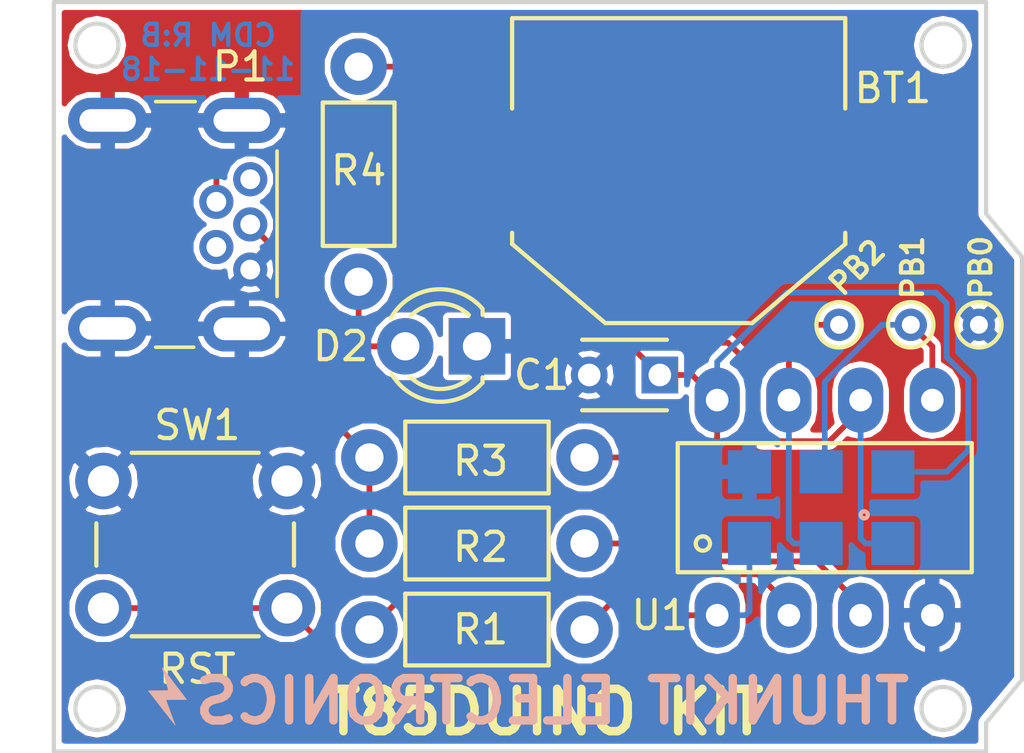
<source format=kicad_pcb>
(kicad_pcb (version 4) (host pcbnew 4.0.5+dfsg1-4)

  (general
    (links 31)
    (no_connects 0)
    (area 114.224999 98.349999 148.665001 125.043001)
    (thickness 1.6)
    (drawings 18)
    (tracks 83)
    (zones 0)
    (modules 15)
    (nets 14)
  )

  (page A4)
  (title_block
    (title "MAKIT-THT Soldering Kit")
    (date 2018-05-13)
    (rev B)
    (company "Thunkit Electronics")
  )

  (layers
    (0 F.Cu signal)
    (31 B.Cu signal)
    (32 B.Adhes user)
    (33 F.Adhes user)
    (34 B.Paste user)
    (35 F.Paste user)
    (36 B.SilkS user)
    (37 F.SilkS user)
    (38 B.Mask user)
    (39 F.Mask user)
    (40 Dwgs.User user)
    (41 Cmts.User user)
    (42 Eco1.User user)
    (43 Eco2.User user)
    (44 Edge.Cuts user)
    (45 Margin user)
    (46 B.CrtYd user)
    (47 F.CrtYd user)
    (48 B.Fab user hide)
    (49 F.Fab user hide)
  )

  (setup
    (last_trace_width 0.2032)
    (trace_clearance 0.2032)
    (zone_clearance 0.2032)
    (zone_45_only no)
    (trace_min 0.2)
    (segment_width 0.2)
    (edge_width 0.15)
    (via_size 0.6)
    (via_drill 0.4)
    (via_min_size 0.4)
    (via_min_drill 0.3)
    (uvia_size 0.3)
    (uvia_drill 0.1)
    (uvias_allowed no)
    (uvia_min_size 0)
    (uvia_min_drill 0)
    (pcb_text_width 0.3)
    (pcb_text_size 1.5 1.5)
    (mod_edge_width 0.15)
    (mod_text_size 1 1)
    (mod_text_width 0.15)
    (pad_size 3 4)
    (pad_drill 0)
    (pad_to_mask_clearance 0.0508)
    (aux_axis_origin 0 0)
    (visible_elements FFFFFF7F)
    (pcbplotparams
      (layerselection 0x010f0_80000001)
      (usegerberextensions true)
      (excludeedgelayer true)
      (linewidth 0.100000)
      (plotframeref false)
      (viasonmask false)
      (mode 1)
      (useauxorigin false)
      (hpglpennumber 1)
      (hpglpenspeed 20)
      (hpglpendiameter 15)
      (hpglpenoverlay 2)
      (psnegative false)
      (psa4output false)
      (plotreference true)
      (plotvalue true)
      (plotinvisibletext false)
      (padsonsilk false)
      (subtractmaskfromsilk false)
      (outputformat 1)
      (mirror false)
      (drillshape 0)
      (scaleselection 1)
      (outputdirectory MAKIT_THT_REVC_GERBER))
  )

  (net 0 "")
  (net 1 GND)
  (net 2 "Net-(D2-Pad2)")
  (net 3 "Net-(P1-Pad2)")
  (net 4 "Net-(P1-Pad1)")
  (net 5 "Net-(P1-Pad3)")
  (net 6 "Net-(R1-Pad1)")
  (net 7 "Net-(R2-Pad1)")
  (net 8 "Net-(P1-Pad4)")
  (net 9 VCC)
  (net 10 MOSI)
  (net 11 SCK)
  (net 12 MISO)
  (net 13 RST)

  (net_class Default "This is the default net class."
    (clearance 0.2032)
    (trace_width 0.2032)
    (via_dia 0.6)
    (via_drill 0.4)
    (uvia_dia 0.3)
    (uvia_drill 0.1)
    (add_net GND)
    (add_net MISO)
    (add_net MOSI)
    (add_net "Net-(D2-Pad2)")
    (add_net "Net-(P1-Pad1)")
    (add_net "Net-(P1-Pad2)")
    (add_net "Net-(P1-Pad3)")
    (add_net "Net-(P1-Pad4)")
    (add_net "Net-(R1-Pad1)")
    (add_net "Net-(R2-Pad1)")
    (add_net RST)
    (add_net SCK)
    (add_net VCC)
  )

  (module LEDs:LED-3MM (layer F.Cu) (tedit 5BE114E8) (tstamp 5BE10E0C)
    (at 129.286 110.617 180)
    (descr "LED 3mm round vertical")
    (tags "LED  3mm round vertical")
    (path /5ABA3B15)
    (fp_text reference D2 (at 4.826 0 180) (layer F.SilkS)
      (effects (font (size 1 1) (thickness 0.15)))
    )
    (fp_text value LED (at 1.3 -2.9 180) (layer F.Fab)
      (effects (font (size 1 1) (thickness 0.15)))
    )
    (fp_line (start -1.2 2.3) (end 3.8 2.3) (layer F.CrtYd) (width 0.05))
    (fp_line (start 3.8 2.3) (end 3.8 -2.2) (layer F.CrtYd) (width 0.05))
    (fp_line (start 3.8 -2.2) (end -1.2 -2.2) (layer F.CrtYd) (width 0.05))
    (fp_line (start -1.2 -2.2) (end -1.2 2.3) (layer F.CrtYd) (width 0.05))
    (fp_line (start -0.199 1.314) (end -0.199 1.114) (layer F.SilkS) (width 0.15))
    (fp_line (start -0.199 -1.28) (end -0.199 -1.1) (layer F.SilkS) (width 0.15))
    (fp_arc (start 1.301 0.034) (end -0.199 -1.286) (angle 108.5) (layer F.SilkS) (width 0.15))
    (fp_arc (start 1.301 0.034) (end 0.25 -1.1) (angle 85.7) (layer F.SilkS) (width 0.15))
    (fp_arc (start 1.311 0.034) (end 3.051 0.994) (angle 110) (layer F.SilkS) (width 0.15))
    (fp_arc (start 1.301 0.034) (end 2.335 1.094) (angle 87.5) (layer F.SilkS) (width 0.15))
    (fp_text user K (at -1.69 1.74 180) (layer F.SilkS) hide
      (effects (font (size 1 1) (thickness 0.15)))
    )
    (pad 1 thru_hole rect (at 0 0 270) (size 2 2) (drill 1.00076) (layers *.Cu *.Mask)
      (net 1 GND))
    (pad 2 thru_hole circle (at 2.54 0 180) (size 2 2) (drill 1.00076) (layers *.Cu *.Mask)
      (net 2 "Net-(D2-Pad2)"))
    (model LEDs.3dshapes/LED-3MM.wrl
      (at (xyz 0.05 0 0))
      (scale (xyz 1 1 1))
      (rotate (xyz 0 0 90))
    )
  )

  (module Buttons_Switches_THT:SW_PUSH_6mm (layer F.Cu) (tedit 58134C96) (tstamp 5BE11F12)
    (at 122.555 119.888 180)
    (descr https://www.omron.com/ecb/products/pdf/en-b3f.pdf)
    (tags "tact sw push 6mm")
    (path /5BE114D5)
    (fp_text reference SW1 (at 3.175 6.477 180) (layer F.SilkS)
      (effects (font (size 1 1) (thickness 0.15)))
    )
    (fp_text value Push_SW (at 3.75 6.7 180) (layer F.Fab)
      (effects (font (size 1 1) (thickness 0.15)))
    )
    (fp_line (start 3.25 -0.75) (end 6.25 -0.75) (layer F.Fab) (width 0.1))
    (fp_line (start 6.25 -0.75) (end 6.25 5.25) (layer F.Fab) (width 0.1))
    (fp_line (start 6.25 5.25) (end 0.25 5.25) (layer F.Fab) (width 0.1))
    (fp_line (start 0.25 5.25) (end 0.25 -0.75) (layer F.Fab) (width 0.1))
    (fp_line (start 0.25 -0.75) (end 3.25 -0.75) (layer F.Fab) (width 0.1))
    (fp_line (start 7.75 6) (end 8 6) (layer F.CrtYd) (width 0.05))
    (fp_line (start 8 6) (end 8 5.75) (layer F.CrtYd) (width 0.05))
    (fp_line (start 7.75 -1.5) (end 8 -1.5) (layer F.CrtYd) (width 0.05))
    (fp_line (start 8 -1.5) (end 8 -1.25) (layer F.CrtYd) (width 0.05))
    (fp_line (start -1.5 -1.25) (end -1.5 -1.5) (layer F.CrtYd) (width 0.05))
    (fp_line (start -1.5 -1.5) (end -1.25 -1.5) (layer F.CrtYd) (width 0.05))
    (fp_line (start -1.5 5.75) (end -1.5 6) (layer F.CrtYd) (width 0.05))
    (fp_line (start -1.5 6) (end -1.25 6) (layer F.CrtYd) (width 0.05))
    (fp_line (start -1.25 -1.5) (end 7.75 -1.5) (layer F.CrtYd) (width 0.05))
    (fp_line (start -1.5 5.75) (end -1.5 -1.25) (layer F.CrtYd) (width 0.05))
    (fp_line (start 7.75 6) (end -1.25 6) (layer F.CrtYd) (width 0.05))
    (fp_line (start 8 -1.25) (end 8 5.75) (layer F.CrtYd) (width 0.05))
    (fp_line (start 1 5.5) (end 5.5 5.5) (layer F.SilkS) (width 0.15))
    (fp_line (start -0.25 1.5) (end -0.25 3) (layer F.SilkS) (width 0.15))
    (fp_line (start 5.5 -1) (end 1 -1) (layer F.SilkS) (width 0.15))
    (fp_line (start 6.75 3) (end 6.75 1.5) (layer F.SilkS) (width 0.15))
    (fp_circle (center 3.25 2.25) (end 1.25 2.5) (layer F.Fab) (width 0.1))
    (pad 2 thru_hole circle (at 0 4.5 270) (size 2 2) (drill 1.1) (layers *.Cu *.Mask)
      (net 1 GND))
    (pad 1 thru_hole circle (at 0 0 270) (size 2 2) (drill 1.1) (layers *.Cu *.Mask)
      (net 13 RST))
    (pad 2 thru_hole circle (at 6.5 4.5 270) (size 2 2) (drill 1.1) (layers *.Cu *.Mask)
      (net 1 GND))
    (pad 1 thru_hole circle (at 6.5 0 270) (size 2 2) (drill 1.1) (layers *.Cu *.Mask)
      (net 13 RST))
    (model Buttons_Switches_ThroughHole.3dshapes/SW_PUSH_6mm.wrl
      (at (xyz 0.005 0 0))
      (scale (xyz 0.3937 0.3937 0.3937))
      (rotate (xyz 0 0 0))
    )
  )

  (module MOD:BK-870 (layer F.Cu) (tedit 5BE11B2F) (tstamp 5BE19D9B)
    (at 136.432 104.294)
    (path /5BE1139B)
    (fp_text reference BT1 (at 7.586 -2.821) (layer F.SilkS)
      (effects (font (size 1 1) (thickness 0.15)))
    )
    (fp_text value CR1025 (at 2.7 -4.4) (layer F.Fab)
      (effects (font (size 1 1) (thickness 0.15)))
    )
    (fp_line (start -5.9 -5.3) (end 5.9 -5.3) (layer F.SilkS) (width 0.15))
    (fp_line (start -5.9 -2.1) (end -5.9 -5.3) (layer F.SilkS) (width 0.15))
    (fp_line (start 5.9 -2.1) (end 5.9 -5.3) (layer F.SilkS) (width 0.15))
    (fp_line (start -2.6 5.5) (end -5.9 2.7) (layer F.SilkS) (width 0.15))
    (fp_line (start 5.9 2.7) (end 2.6 5.5) (layer F.SilkS) (width 0.15))
    (fp_line (start 5.9 2.7) (end 5.9 2.3) (layer F.SilkS) (width 0.15))
    (fp_line (start -2.6 5.5) (end 2.6 5.5) (layer F.SilkS) (width 0.15))
    (fp_line (start -5.9 2.7) (end -5.9 2.3) (layer F.SilkS) (width 0.15))
    (fp_line (start 5.9 2.7) (end 5.9 2.4) (layer F.SilkS) (width 0.15))
    (pad 2 smd circle (at 0 0.1) (size 8 8) (layers F.Cu F.Mask)
      (net 1 GND))
    (pad 1 smd rect (at -7.4 0.1) (size 3 4) (layers F.Cu F.Mask)
      (net 9 VCC))
    (pad 3 smd rect (at 7.4 0.1) (size 3 4) (layers F.Cu F.Mask))
  )

  (module Capacitors_THT:C_Disc_D3_P2.5 (layer F.Cu) (tedit 0) (tstamp 5BE19DA1)
    (at 135.763 111.633 180)
    (descr "Capacitor 3mm Disc, Pitch 2.5mm")
    (tags Capacitor)
    (path /5BE11320)
    (fp_text reference C1 (at 4.191 0 360) (layer F.SilkS)
      (effects (font (size 1 1) (thickness 0.15)))
    )
    (fp_text value C (at 1.25 2.5 180) (layer F.Fab)
      (effects (font (size 1 1) (thickness 0.15)))
    )
    (fp_line (start -0.9 -1.5) (end 3.4 -1.5) (layer F.CrtYd) (width 0.05))
    (fp_line (start 3.4 -1.5) (end 3.4 1.5) (layer F.CrtYd) (width 0.05))
    (fp_line (start 3.4 1.5) (end -0.9 1.5) (layer F.CrtYd) (width 0.05))
    (fp_line (start -0.9 1.5) (end -0.9 -1.5) (layer F.CrtYd) (width 0.05))
    (fp_line (start -0.25 -1.25) (end 2.75 -1.25) (layer F.SilkS) (width 0.15))
    (fp_line (start 2.75 1.25) (end -0.25 1.25) (layer F.SilkS) (width 0.15))
    (pad 1 thru_hole rect (at 0 0 180) (size 1.3 1.3) (drill 0.8) (layers *.Cu *.Mask)
      (net 9 VCC))
    (pad 2 thru_hole circle (at 2.5 0 180) (size 1.3 1.3) (drill 0.8001) (layers *.Cu *.Mask)
      (net 1 GND))
    (model Capacitors_ThroughHole.3dshapes/C_Disc_D3_P2.5.wrl
      (at (xyz 0.0492126 0 0))
      (scale (xyz 1 1 1))
      (rotate (xyz 0 0 0))
    )
  )

  (module MOD:lightning2 (layer B.Cu) (tedit 0) (tstamp 5BE1A193)
    (at 118.364 123.063)
    (fp_text reference G*** (at 0 0) (layer B.SilkS) hide
      (effects (font (thickness 0.3)) (justify mirror))
    )
    (fp_text value LOGO (at 0.75 0) (layer B.SilkS) hide
      (effects (font (thickness 0.3)) (justify mirror))
    )
    (fp_poly (pts (xy 0.235765 0.96729) (xy 0.228162 0.94615) (xy 0.21584 0.913513) (xy 0.197183 0.86346)
      (xy 0.173378 0.79923) (xy 0.145614 0.724057) (xy 0.115076 0.641179) (xy 0.082954 0.553831)
      (xy 0.050433 0.46525) (xy 0.018702 0.378673) (xy -0.011052 0.297336) (xy -0.037642 0.224475)
      (xy -0.05988 0.163326) (xy -0.076578 0.117126) (xy -0.08655 0.089112) (xy -0.0889 0.081988)
      (xy -0.076729 0.080494) (xy -0.042328 0.078927) (xy 0.011132 0.07736) (xy 0.080482 0.075872)
      (xy 0.162552 0.074537) (xy 0.254171 0.073433) (xy 0.276443 0.073217) (xy 0.641787 0.06985)
      (xy 0.220728 -0.486879) (xy 0.141472 -0.591571) (xy 0.066522 -0.690374) (xy -0.002672 -0.781392)
      (xy -0.06466 -0.862728) (xy -0.117994 -0.932485) (xy -0.161224 -0.988766) (xy -0.192901 -1.029675)
      (xy -0.211575 -1.053315) (xy -0.215893 -1.058379) (xy -0.226448 -1.064999) (xy -0.224955 -1.050813)
      (xy -0.22409 -1.04775) (xy -0.216216 -1.019736) (xy -0.203435 -0.973249) (xy -0.186703 -0.91185)
      (xy -0.166978 -0.8391) (xy -0.145217 -0.758563) (xy -0.122377 -0.6738) (xy -0.099417 -0.588373)
      (xy -0.077292 -0.505844) (xy -0.056961 -0.429775) (xy -0.03938 -0.363729) (xy -0.025508 -0.311267)
      (xy -0.016301 -0.275952) (xy -0.012716 -0.261345) (xy -0.0127 -0.261192) (xy -0.024865 -0.25933)
      (xy -0.059216 -0.257646) (xy -0.11254 -0.256207) (xy -0.181624 -0.255078) (xy -0.263256 -0.254322)
      (xy -0.354221 -0.254005) (xy -0.3683 -0.254) (xy -0.460376 -0.253783) (xy -0.543593 -0.25317)
      (xy -0.61474 -0.252219) (xy -0.670603 -0.250986) (xy -0.707968 -0.24953) (xy -0.723623 -0.247908)
      (xy -0.7239 -0.247657) (xy -0.716323 -0.236945) (xy -0.69469 -0.208379) (xy -0.660651 -0.164067)
      (xy -0.615855 -0.106118) (xy -0.56195 -0.036639) (xy -0.500587 0.042261) (xy -0.433414 0.128472)
      (xy -0.362081 0.219888) (xy -0.288237 0.314398) (xy -0.21353 0.409896) (xy -0.139611 0.504271)
      (xy -0.068127 0.595417) (xy -0.00073 0.681224) (xy 0.060934 0.759583) (xy 0.115213 0.828387)
      (xy 0.16046 0.885527) (xy 0.195025 0.928894) (xy 0.217258 0.956381) (xy 0.224749 0.9652)
      (xy 0.235777 0.975093) (xy 0.235765 0.96729)) (layer B.SilkS) (width 0.01))
  )

  (module Connectors:PINTST (layer F.Cu) (tedit 5BE11E58) (tstamp 5BE1D094)
    (at 144.653 109.855)
    (descr "module 1 pin (ou trou mecanique de percage)")
    (tags DEV)
    (path /5BE12048)
    (fp_text reference TP1 (at 0 -1.26746) (layer F.SilkS) hide
      (effects (font (size 1 1) (thickness 0.15)))
    )
    (fp_text value TEST (at 0 1.27) (layer F.Fab)
      (effects (font (size 1 1) (thickness 0.15)))
    )
    (fp_circle (center 0 0) (end -0.254 -0.762) (layer F.SilkS) (width 0.15))
    (pad 1 thru_hole circle (at 0 0) (size 1.143 1.143) (drill 0.635) (layers *.Cu *.Mask)
      (net 10 MOSI))
    (model Connect.3dshapes/PINTST.wrl
      (at (xyz 0 0 0))
      (scale (xyz 1 1 1))
      (rotate (xyz 0 0 0))
    )
  )

  (module Connectors:PINTST (layer F.Cu) (tedit 5BE11E55) (tstamp 5BE1D09A)
    (at 142.113 109.855)
    (descr "module 1 pin (ou trou mecanique de percage)")
    (tags DEV)
    (path /5BE122BA)
    (fp_text reference TP2 (at 0 -1.26746) (layer F.SilkS) hide
      (effects (font (size 1 1) (thickness 0.15)))
    )
    (fp_text value TEST (at 0 1.27) (layer F.Fab)
      (effects (font (size 1 1) (thickness 0.15)))
    )
    (fp_circle (center 0 0) (end -0.254 -0.762) (layer F.SilkS) (width 0.15))
    (pad 1 thru_hole circle (at 0 0) (size 1.143 1.143) (drill 0.635) (layers *.Cu *.Mask)
      (net 11 SCK))
    (model Connect.3dshapes/PINTST.wrl
      (at (xyz 0 0 0))
      (scale (xyz 1 1 1))
      (rotate (xyz 0 0 0))
    )
  )

  (module Connectors:PINTST (layer F.Cu) (tedit 5BE11E89) (tstamp 5BE1D0E4)
    (at 147.066 109.855)
    (descr "module 1 pin (ou trou mecanique de percage)")
    (tags DEV)
    (path /5BE1257D)
    (fp_text reference TP3 (at 22.606 -24.934001) (layer F.SilkS) hide
      (effects (font (size 1 1) (thickness 0.15)))
    )
    (fp_text value TEST (at 0 1.27) (layer F.Fab)
      (effects (font (size 1 1) (thickness 0.15)))
    )
    (fp_circle (center 0 0) (end -0.254 -0.762) (layer F.SilkS) (width 0.15))
    (pad 1 thru_hole circle (at 0 0) (size 1.143 1.143) (drill 0.635) (layers *.Cu *.Mask)
      (net 1 GND))
    (model Connect.3dshapes/PINTST.wrl
      (at (xyz 0 0 0))
      (scale (xyz 1 1 1))
      (rotate (xyz 0 0 0))
    )
  )

  (module MOD:Resistor_Horizontal_RM7mm (layer F.Cu) (tedit 5BE12A94) (tstamp 5BE45BF8)
    (at 125.095 108.331 90)
    (descr "Resistor, Axial,  RM 7.62mm, 1/3W,")
    (tags "Resistor Axial RM 7.62mm 1/3W R3")
    (path /5ABA3A80)
    (fp_text reference R4 (at 3.937 0 360) (layer F.SilkS)
      (effects (font (size 1 1) (thickness 0.15)))
    )
    (fp_text value 330 (at 3.81 3.81 90) (layer F.Fab)
      (effects (font (size 1 1) (thickness 0.15)))
    )
    (fp_line (start -1.25 -1.5) (end 8.85 -1.5) (layer F.CrtYd) (width 0.05))
    (fp_line (start -1.25 1.5) (end -1.25 -1.5) (layer F.CrtYd) (width 0.05))
    (fp_line (start 8.85 -1.5) (end 8.85 1.5) (layer F.CrtYd) (width 0.05))
    (fp_line (start -1.25 1.5) (end 8.85 1.5) (layer F.CrtYd) (width 0.05))
    (fp_line (start 1.27 -1.27) (end 6.35 -1.27) (layer F.SilkS) (width 0.15))
    (fp_line (start 6.35 -1.27) (end 6.35 1.27) (layer F.SilkS) (width 0.15))
    (fp_line (start 6.35 1.27) (end 1.27 1.27) (layer F.SilkS) (width 0.15))
    (fp_line (start 1.27 1.27) (end 1.27 -1.27) (layer F.SilkS) (width 0.15))
    (pad 1 thru_hole circle (at 0 0 90) (size 1.99898 1.99898) (drill 1.00076) (layers *.Cu *.Mask)
      (net 2 "Net-(D2-Pad2)"))
    (pad 2 thru_hole circle (at 7.62 0 90) (size 1.99898 1.99898) (drill 1.00076) (layers *.Cu *.Mask)
      (net 12 MISO))
  )

  (module MOD:Resistor_Horizontal_RM7mm (layer F.Cu) (tedit 5BE12A94) (tstamp 5BE45BEA)
    (at 133.096 117.602 180)
    (descr "Resistor, Axial,  RM 7.62mm, 1/3W,")
    (tags "Resistor Axial RM 7.62mm 1/3W R3")
    (path /5BE10F68)
    (fp_text reference R2 (at 3.683 -0.127 180) (layer F.SilkS)
      (effects (font (size 1 1) (thickness 0.15)))
    )
    (fp_text value 68 (at 3.81 3.81 180) (layer F.Fab)
      (effects (font (size 1 1) (thickness 0.15)))
    )
    (fp_line (start -1.25 -1.5) (end 8.85 -1.5) (layer F.CrtYd) (width 0.05))
    (fp_line (start -1.25 1.5) (end -1.25 -1.5) (layer F.CrtYd) (width 0.05))
    (fp_line (start 8.85 -1.5) (end 8.85 1.5) (layer F.CrtYd) (width 0.05))
    (fp_line (start -1.25 1.5) (end 8.85 1.5) (layer F.CrtYd) (width 0.05))
    (fp_line (start 1.27 -1.27) (end 6.35 -1.27) (layer F.SilkS) (width 0.15))
    (fp_line (start 6.35 -1.27) (end 6.35 1.27) (layer F.SilkS) (width 0.15))
    (fp_line (start 6.35 1.27) (end 1.27 1.27) (layer F.SilkS) (width 0.15))
    (fp_line (start 1.27 1.27) (end 1.27 -1.27) (layer F.SilkS) (width 0.15))
    (pad 1 thru_hole circle (at 0 0 180) (size 1.99898 1.99898) (drill 1.00076) (layers *.Cu *.Mask)
      (net 7 "Net-(R2-Pad1)"))
    (pad 2 thru_hole circle (at 7.62 0 180) (size 1.99898 1.99898) (drill 1.00076) (layers *.Cu *.Mask)
      (net 5 "Net-(P1-Pad3)"))
  )

  (module MOD:Resistor_Horizontal_RM7mm (layer F.Cu) (tedit 5BE12A94) (tstamp 5BE45BDC)
    (at 133.096 120.65 180)
    (descr "Resistor, Axial,  RM 7.62mm, 1/3W,")
    (tags "Resistor Axial RM 7.62mm 1/3W R3")
    (path /5BE10FD9)
    (fp_text reference R1 (at 3.683 0 180) (layer F.SilkS)
      (effects (font (size 1 1) (thickness 0.15)))
    )
    (fp_text value 68 (at 3.81 3.81 180) (layer F.Fab)
      (effects (font (size 1 1) (thickness 0.15)))
    )
    (fp_line (start -1.25 -1.5) (end 8.85 -1.5) (layer F.CrtYd) (width 0.05))
    (fp_line (start -1.25 1.5) (end -1.25 -1.5) (layer F.CrtYd) (width 0.05))
    (fp_line (start 8.85 -1.5) (end 8.85 1.5) (layer F.CrtYd) (width 0.05))
    (fp_line (start -1.25 1.5) (end 8.85 1.5) (layer F.CrtYd) (width 0.05))
    (fp_line (start 1.27 -1.27) (end 6.35 -1.27) (layer F.SilkS) (width 0.15))
    (fp_line (start 6.35 -1.27) (end 6.35 1.27) (layer F.SilkS) (width 0.15))
    (fp_line (start 6.35 1.27) (end 1.27 1.27) (layer F.SilkS) (width 0.15))
    (fp_line (start 1.27 1.27) (end 1.27 -1.27) (layer F.SilkS) (width 0.15))
    (pad 1 thru_hole circle (at 0 0 180) (size 1.99898 1.99898) (drill 1.00076) (layers *.Cu *.Mask)
      (net 6 "Net-(R1-Pad1)"))
    (pad 2 thru_hole circle (at 7.62 0 180) (size 1.99898 1.99898) (drill 1.00076) (layers *.Cu *.Mask)
      (net 3 "Net-(P1-Pad2)"))
  )

  (module MOD:DIP-8 (layer F.Cu) (tedit 5BE250CD) (tstamp 5BE10E53)
    (at 137.795 120.142 90)
    (descr "8-lead dip package, row spacing 7.62 mm (300 mils), longer pads")
    (tags "dil dip 2.54 300")
    (path /5BE10E5E)
    (fp_text reference U1 (at 0 -2.032 180) (layer F.SilkS)
      (effects (font (size 1 1) (thickness 0.15)))
    )
    (fp_text value ATTINY85-P (at 0 -3.72 90) (layer F.Fab)
      (effects (font (size 1 1) (thickness 0.15)))
    )
    (fp_circle (center 2.54 -0.508) (end 2.54 -0.762) (layer F.SilkS) (width 0.15))
    (fp_line (start -1.4 -2.45) (end -1.4 10.1) (layer F.CrtYd) (width 0.05))
    (fp_line (start 9 -2.45) (end 9 10.1) (layer F.CrtYd) (width 0.05))
    (fp_line (start -1.4 -2.45) (end 9 -2.45) (layer F.CrtYd) (width 0.05))
    (fp_line (start -1.4 10.1) (end 9 10.1) (layer F.CrtYd) (width 0.05))
    (fp_line (start 1.524 9.017) (end 1.524 -1.397) (layer F.SilkS) (width 0.15))
    (fp_line (start 1.524 -1.397) (end 6.096 -1.397) (layer F.SilkS) (width 0.15))
    (fp_line (start 1.54 9.017) (end 6.096 9.017) (layer F.SilkS) (width 0.15))
    (fp_line (start 6.096 9.017) (end 6.096 -1.397) (layer F.SilkS) (width 0.15))
    (pad 1 thru_hole oval (at 0 0 90) (size 2.3 1.6) (drill 0.8) (layers *.Cu *.Mask)
      (net 13 RST))
    (pad 2 thru_hole oval (at 0 2.54 90) (size 2.3 1.6) (drill 0.8) (layers *.Cu *.Mask)
      (net 6 "Net-(R1-Pad1)"))
    (pad 3 thru_hole oval (at 0 5.08 90) (size 2.3 1.6) (drill 0.8) (layers *.Cu *.Mask)
      (net 7 "Net-(R2-Pad1)"))
    (pad 4 thru_hole oval (at 0 7.62 90) (size 2.3 1.6) (drill 0.8) (layers *.Cu *.Mask)
      (net 1 GND))
    (pad 5 thru_hole oval (at 7.62 7.62 90) (size 2.3 1.6) (drill 0.8) (layers *.Cu *.Mask)
      (net 10 MOSI))
    (pad 6 thru_hole oval (at 7.62 5.08 90) (size 2.3 1.6) (drill 0.8) (layers *.Cu *.Mask)
      (net 12 MISO))
    (pad 7 thru_hole oval (at 7.62 2.54 90) (size 2.3 1.6) (drill 0.8) (layers *.Cu *.Mask)
      (net 11 SCK))
    (pad 8 thru_hole oval (at 7.62 0 90) (size 2.3 1.6) (drill 0.8) (layers *.Cu *.Mask)
      (net 9 VCC))
    (model Housings_DIP.3dshapes/DIP-8_W7.62mm_LongPads.wrl
      (at (xyz 0 0 0))
      (scale (xyz 1 1 1))
      (rotate (xyz 0 0 0))
    )
  )

  (module "MOD:2.54 ICSP" (layer B.Cu) (tedit 5BE2526B) (tstamp 5BE26322)
    (at 141.478 112.522 180)
    (path /5BE251F2)
    (fp_text reference P2 (at 0 -0.5 180) (layer B.SilkS) hide
      (effects (font (size 1 1) (thickness 0.15)) (justify mirror))
    )
    (fp_text value ICSP (at 0 0.5 180) (layer B.Fab)
      (effects (font (size 1 1) (thickness 0.15)) (justify mirror))
    )
    (fp_circle (center -1.524 -4.064) (end -1.524 -4.191) (layer B.SilkS) (width 0.15))
    (pad 2 connect rect (at -2.54 -2.54 180) (size 1.524 1.524) (layers B.Cu B.Mask)
      (net 9 VCC))
    (pad 4 connect rect (at 0 -2.54 180) (size 1.524 1.524) (layers B.Cu B.Mask)
      (net 10 MOSI))
    (pad 3 connect rect (at 0 -5.08 180) (size 1.524 1.524) (layers B.Cu B.Mask)
      (net 11 SCK))
    (pad 1 connect rect (at -2.54 -5.08 180) (size 1.524 1.524) (layers B.Cu B.Mask)
      (net 12 MISO))
    (pad 6 connect rect (at 2.54 -2.54 180) (size 1.524 1.524) (layers B.Cu B.Mask)
      (net 1 GND))
    (pad 5 connect rect (at 2.54 -5.08 180) (size 1.524 1.524) (layers B.Cu B.Mask)
      (net 13 RST))
  )

  (module MOD:Resistor_Horizontal_RM7mm (layer F.Cu) (tedit 5BE12A94) (tstamp 5BE8B51A)
    (at 133.096 114.554 180)
    (descr "Resistor, Axial,  RM 7.62mm, 1/3W,")
    (tags "Resistor Axial RM 7.62mm 1/3W R3")
    (path /5BE8B5BE)
    (fp_text reference R3 (at 3.683 -0.127 180) (layer F.SilkS)
      (effects (font (size 1 1) (thickness 0.15)))
    )
    (fp_text value 1.5K (at 3.81 3.81 180) (layer F.Fab)
      (effects (font (size 1 1) (thickness 0.15)))
    )
    (fp_line (start -1.25 -1.5) (end 8.85 -1.5) (layer F.CrtYd) (width 0.05))
    (fp_line (start -1.25 1.5) (end -1.25 -1.5) (layer F.CrtYd) (width 0.05))
    (fp_line (start 8.85 -1.5) (end 8.85 1.5) (layer F.CrtYd) (width 0.05))
    (fp_line (start -1.25 1.5) (end 8.85 1.5) (layer F.CrtYd) (width 0.05))
    (fp_line (start 1.27 -1.27) (end 6.35 -1.27) (layer F.SilkS) (width 0.15))
    (fp_line (start 6.35 -1.27) (end 6.35 1.27) (layer F.SilkS) (width 0.15))
    (fp_line (start 6.35 1.27) (end 1.27 1.27) (layer F.SilkS) (width 0.15))
    (fp_line (start 1.27 1.27) (end 1.27 -1.27) (layer F.SilkS) (width 0.15))
    (pad 1 thru_hole circle (at 0 0 180) (size 1.99898 1.99898) (drill 1.00076) (layers *.Cu *.Mask)
      (net 9 VCC))
    (pad 2 thru_hole circle (at 7.62 0 180) (size 1.99898 1.99898) (drill 1.00076) (layers *.Cu *.Mask)
      (net 5 "Net-(P1-Pad3)"))
  )

  (module MOD:USB_MINI_B_TH (layer F.Cu) (tedit 5BEF6D75) (tstamp 5BE114BB)
    (at 116.205 106.299 180)
    (path /5BE11202)
    (fp_text reference P1 (at -4.699 5.588 180) (layer F.SilkS)
      (effects (font (size 1 1) (thickness 0.15)))
    )
    (fp_text value USB_OTG (at -2.03524 6.24674 180) (layer F.SilkS) hide
      (effects (font (size 1.40017 1.40017) (thickness 0.05)))
    )
    (fp_line (start -0.6 -4) (end 0.6 -4) (layer Edge.Cuts) (width 0.0001))
    (fp_line (start -0.6 -3.3) (end 0.6 -3.3) (layer Edge.Cuts) (width 0.0001))
    (fp_line (start -5.85 -4.35) (end -5.85 4.35) (layer Dwgs.User) (width 0.127))
    (fp_line (start -5.85 4.35) (end 1.75 4.35) (layer Dwgs.User) (width 0.127))
    (fp_line (start 1.75 4.35) (end 3.75 4.35) (layer Dwgs.User) (width 0.127))
    (fp_line (start 3.75 4.35) (end 3.75 -4.35) (layer Dwgs.User) (width 0.127))
    (fp_line (start 3.75 -4.35) (end 1.75 -4.35) (layer Dwgs.User) (width 0.127))
    (fp_line (start 1.75 -4.35) (end -5.85 -4.35) (layer Dwgs.User) (width 0.127))
    (fp_line (start -3.05 -4.35) (end -1.7 -4.35) (layer F.SilkS) (width 0.127))
    (fp_line (start -1.7 4.35) (end -3.1 4.35) (layer F.SilkS) (width 0.127))
    (fp_line (start -6 2.6) (end -6 -2.55) (layer F.SilkS) (width 0.127))
    (fp_arc (start -0.6 -3.65) (end -0.95 -3.65) (angle 90) (layer Edge.Cuts) (width 0.0001))
    (fp_arc (start -0.6 -3.65) (end -0.6 -3.3) (angle 90) (layer Edge.Cuts) (width 0.0001))
    (fp_arc (start 0.6 -3.65) (end 0.95 -3.65) (angle 90) (layer Edge.Cuts) (width 0.0001))
    (fp_arc (start 0.6 -3.65) (end 0.6 -4) (angle 90) (layer Edge.Cuts) (width 0.0001))
    (fp_line (start -0.6 3.3) (end 0.6 3.3) (layer Edge.Cuts) (width 0.0001))
    (fp_line (start -0.6 4) (end 0.6 4) (layer Edge.Cuts) (width 0.0001))
    (fp_arc (start -0.6 3.65) (end -0.95 3.65) (angle 90) (layer Edge.Cuts) (width 0.0001))
    (fp_arc (start -0.6 3.65) (end -0.6 4) (angle 90) (layer Edge.Cuts) (width 0.0001))
    (fp_arc (start 0.6 3.65) (end 0.95 3.65) (angle 90) (layer Edge.Cuts) (width 0.0001))
    (fp_arc (start 0.6 3.65) (end 0.6 3.3) (angle 90) (layer Edge.Cuts) (width 0.0001))
    (fp_line (start 1.75 -4.35) (end 1.75 4.35) (layer Dwgs.User) (width 0.127))
    (pad 3 thru_hole circle (at -5.05 0 180) (size 1.208 1.208) (drill 0.7) (layers *.Cu *.Mask)
      (net 5 "Net-(P1-Pad3)"))
    (pad 5 thru_hole circle (at -5.05 -1.6 180) (size 1.208 1.208) (drill 0.7) (layers *.Cu *.Mask)
      (net 1 GND))
    (pad 2 thru_hole circle (at -3.85 0.8 180) (size 1.208 1.208) (drill 0.7) (layers *.Cu *.Mask)
      (net 3 "Net-(P1-Pad2)"))
    (pad 4 thru_hole circle (at -3.85 -0.8 180) (size 1.208 1.208) (drill 0.7) (layers *.Cu *.Mask)
      (net 8 "Net-(P1-Pad4)"))
    (pad 1 thru_hole circle (at -5.05 1.6 180) (size 1.208 1.208) (drill 0.7) (layers *.Cu *.Mask)
      (net 4 "Net-(P1-Pad1)"))
    (pad 6 thru_hole oval (at 0 -3.683 180) (size 2.8 1.6) (drill oval 2 0.8) (layers *.Cu *.Mask)
      (net 1 GND))
    (pad 6 thru_hole oval (at 0 3.683 180) (size 2.8 1.6) (drill oval 2 0.8) (layers *.Cu *.Mask)
      (net 1 GND))
    (pad 6 thru_hole oval (at -4.75 -3.7 180) (size 2.8 1.6) (drill oval 2 0.8) (layers *.Cu *.Mask)
      (net 1 GND))
    (pad 6 thru_hole oval (at -4.75 3.683 180) (size 2.8 1.6) (drill oval 2 0.8) (layers *.Cu *.Mask)
      (net 1 GND))
  )

  (gr_text RST (at 119.38 122.047) (layer F.SilkS) (tstamp 5BE8B71C)
    (effects (font (size 1 1) (thickness 0.15)))
  )
  (gr_text PB2 (at 142.748 107.823 45) (layer F.SilkS) (tstamp 5BE8B6A3)
    (effects (font (size 0.75 0.75) (thickness 0.15)))
  )
  (gr_text "PB1\n\nPB0" (at 145.923 107.823 90) (layer F.SilkS)
    (effects (font (size 0.75 0.75) (thickness 0.15)))
  )
  (gr_text "CDM R:B\n11-11-18" (at 119.761 100.203) (layer B.Cu)
    (effects (font (size 0.75 0.75) (thickness 0.15)) (justify mirror))
  )
  (gr_text "T85DUINO KIT" (at 131.699 123.571) (layer F.SilkS)
    (effects (font (size 1.5 1.5) (thickness 0.3)))
  )
  (gr_text "THUNKIT ELECTRONICS" (at 131.953 123.19) (layer B.SilkS)
    (effects (font (size 1.5 1.5) (thickness 0.3)) (justify mirror))
  )
  (gr_circle (center 145.796 99.949) (end 146.558 99.949) (layer Edge.Cuts) (width 0.15) (tstamp 5BE1A123))
  (gr_circle (center 145.796 123.444) (end 146.558 123.444) (layer Edge.Cuts) (width 0.15) (tstamp 5BE109A1))
  (gr_circle (center 115.824 99.949) (end 116.586 99.949) (layer Edge.Cuts) (width 0.15) (tstamp 5BE1099B))
  (gr_line (start 147.32 98.425) (end 147.32 105.918) (layer Edge.Cuts) (width 0.15) (tstamp 5BE10940))
  (gr_line (start 147.32 105.918) (end 148.59 107.442) (layer Edge.Cuts) (width 0.15) (tstamp 5BE10934))
  (gr_circle (center 115.824 123.444) (end 116.586 123.444) (layer Edge.Cuts) (width 0.15) (tstamp 5AB9C90C))
  (gr_line (start 147.32 123.952) (end 147.32 124.968) (layer Edge.Cuts) (width 0.15))
  (gr_line (start 148.59 122.428) (end 147.32 123.952) (layer Edge.Cuts) (width 0.15))
  (gr_line (start 148.59 107.442) (end 148.59 122.428) (layer Edge.Cuts) (width 0.15))
  (gr_line (start 114.3 98.425) (end 147.32 98.425) (layer Edge.Cuts) (width 0.15))
  (gr_line (start 114.3 124.968) (end 114.3 98.425) (layer Edge.Cuts) (width 0.15))
  (gr_line (start 147.32 124.968) (end 114.3 124.968) (layer Edge.Cuts) (width 0.15))

  (segment (start 116.205 102.616) (end 116.205 103.6192) (width 0.2032) (layer B.Cu) (net 1))
  (segment (start 116.205 103.6192) (end 116.205 109.982) (width 0.2032) (layer B.Cu) (net 1))
  (segment (start 125.095 108.331) (end 125.095 110.380213) (width 0.2032) (layer F.Cu) (net 2))
  (segment (start 125.095 110.380213) (end 125.331787 110.617) (width 0.2032) (layer F.Cu) (net 2))
  (segment (start 125.331787 110.617) (end 126.746 110.617) (width 0.2032) (layer F.Cu) (net 2))
  (segment (start 124.968 113.157) (end 126.009352 113.157) (width 0.2032) (layer F.Cu) (net 3))
  (segment (start 123.444 105.537) (end 123.444 111.633) (width 0.2032) (layer F.Cu) (net 3))
  (segment (start 123.444 111.633) (end 124.968 113.157) (width 0.2032) (layer F.Cu) (net 3))
  (segment (start 122.814974 104.907974) (end 123.444 105.537) (width 0.2032) (layer F.Cu) (net 3))
  (segment (start 122.809 104.907974) (end 122.814974 104.907974) (width 0.2032) (layer F.Cu) (net 3))
  (segment (start 120.055 105.499) (end 120.055 104.553974) (width 0.2032) (layer F.Cu) (net 3))
  (segment (start 120.055 104.553974) (end 120.818775 103.790199) (width 0.2032) (layer F.Cu) (net 3))
  (segment (start 120.818775 103.790199) (end 121.691225 103.790199) (width 0.2032) (layer F.Cu) (net 3))
  (segment (start 121.691225 103.790199) (end 122.809 104.907974) (width 0.2032) (layer F.Cu) (net 3))
  (segment (start 126.009352 113.157) (end 126.873 114.020648) (width 0.2032) (layer F.Cu) (net 3))
  (segment (start 126.873 114.020648) (end 126.873 119.253) (width 0.2032) (layer F.Cu) (net 3))
  (segment (start 126.873 119.253) (end 125.476 120.65) (width 0.2032) (layer F.Cu) (net 3))
  (segment (start 122.936 112.014) (end 125.476 114.554) (width 0.2032) (layer F.Cu) (net 5))
  (segment (start 122.936 107.98) (end 122.936 112.014) (width 0.2032) (layer F.Cu) (net 5))
  (segment (start 121.255 106.299) (end 122.936 107.98) (width 0.2032) (layer F.Cu) (net 5))
  (segment (start 125.476 114.554) (end 125.476 117.602) (width 0.2032) (layer F.Cu) (net 5))
  (segment (start 133.096 120.65) (end 135.05881 118.68719) (width 0.2032) (layer F.Cu) (net 6))
  (segment (start 135.05881 118.68719) (end 139.23019 118.68719) (width 0.2032) (layer F.Cu) (net 6))
  (segment (start 140.335 119.792) (end 140.335 120.142) (width 0.2032) (layer F.Cu) (net 6))
  (segment (start 139.23019 118.68719) (end 140.335 119.792) (width 0.2032) (layer F.Cu) (net 6))
  (segment (start 135.144492 118.237) (end 141.32 118.237) (width 0.2032) (layer F.Cu) (net 7))
  (segment (start 141.32 118.237) (end 142.875 119.792) (width 0.2032) (layer F.Cu) (net 7))
  (segment (start 142.875 119.792) (end 142.875 120.142) (width 0.2032) (layer F.Cu) (net 7))
  (segment (start 133.096 117.602) (end 134.509492 117.602) (width 0.2032) (layer F.Cu) (net 7))
  (segment (start 134.509492 117.602) (end 135.144492 118.237) (width 0.2032) (layer F.Cu) (net 7))
  (segment (start 129.032 104.902) (end 135.763 111.633) (width 0.2032) (layer F.Cu) (net 9))
  (segment (start 129.032 104.394) (end 129.032 104.902) (width 0.2032) (layer F.Cu) (net 9))
  (segment (start 135.469 111.633) (end 136.906 111.633) (width 0.2032) (layer F.Cu) (net 9))
  (segment (start 136.906 111.633) (end 137.795 112.522) (width 0.2032) (layer F.Cu) (net 9))
  (segment (start 137.795 112.522) (end 137.795 113.8752) (width 0.2032) (layer F.Cu) (net 9))
  (segment (start 137.795 113.8752) (end 137.1162 114.554) (width 0.2032) (layer F.Cu) (net 9))
  (segment (start 137.1162 114.554) (end 134.509492 114.554) (width 0.2032) (layer F.Cu) (net 9))
  (segment (start 134.509492 114.554) (end 133.096 114.554) (width 0.2032) (layer F.Cu) (net 9))
  (segment (start 137.795 112.522) (end 137.795 111.1688) (width 0.2032) (layer B.Cu) (net 9))
  (segment (start 146.685 114.3) (end 145.923 115.062) (width 0.2032) (layer B.Cu) (net 9))
  (segment (start 146.685 111.76) (end 146.685 114.3) (width 0.2032) (layer B.Cu) (net 9))
  (segment (start 137.795 111.1688) (end 140.2518 108.712) (width 0.2032) (layer B.Cu) (net 9))
  (segment (start 140.2518 108.712) (end 145.542 108.712) (width 0.2032) (layer B.Cu) (net 9))
  (segment (start 145.542 108.712) (end 145.923 109.093) (width 0.2032) (layer B.Cu) (net 9))
  (segment (start 145.923 109.093) (end 145.923 110.998) (width 0.2032) (layer B.Cu) (net 9))
  (segment (start 145.923 110.998) (end 146.685 111.76) (width 0.2032) (layer B.Cu) (net 9))
  (segment (start 145.923 115.062) (end 144.018 115.062) (width 0.2032) (layer B.Cu) (net 9))
  (segment (start 144.653 109.855) (end 143.629563 109.855) (width 0.2032) (layer B.Cu) (net 10))
  (segment (start 143.629563 109.855) (end 141.605 111.879563) (width 0.2032) (layer B.Cu) (net 10))
  (segment (start 141.605 111.879563) (end 141.605 114.935) (width 0.2032) (layer B.Cu) (net 10))
  (segment (start 141.605 114.935) (end 141.478 115.062) (width 0.2032) (layer B.Cu) (net 10))
  (segment (start 144.653 109.855) (end 145.415 110.617) (width 0.2032) (layer F.Cu) (net 10))
  (segment (start 145.415 110.617) (end 145.415 112.522) (width 0.2032) (layer F.Cu) (net 10))
  (segment (start 141.478 117.602) (end 140.5128 117.602) (width 0.2032) (layer B.Cu) (net 11))
  (segment (start 140.5128 117.602) (end 140.335 117.4242) (width 0.2032) (layer B.Cu) (net 11))
  (segment (start 140.335 117.4242) (end 140.335 113.8752) (width 0.2032) (layer B.Cu) (net 11))
  (segment (start 140.335 113.8752) (end 140.335 112.522) (width 0.2032) (layer B.Cu) (net 11))
  (segment (start 142.113 109.855) (end 141.304777 109.855) (width 0.2032) (layer F.Cu) (net 11))
  (segment (start 141.304777 109.855) (end 140.335 110.824777) (width 0.2032) (layer F.Cu) (net 11))
  (segment (start 140.335 110.824777) (end 140.335 111.1688) (width 0.2032) (layer F.Cu) (net 11))
  (segment (start 140.335 111.1688) (end 140.335 112.522) (width 0.2032) (layer F.Cu) (net 11))
  (segment (start 125.095 100.711) (end 130.048 100.711) (width 0.2032) (layer F.Cu) (net 12))
  (segment (start 138.176 110.49) (end 139.065 111.379) (width 0.2032) (layer F.Cu) (net 12))
  (segment (start 139.065 113.665) (end 139.37681 113.97681) (width 0.2032) (layer F.Cu) (net 12))
  (segment (start 130.048 100.711) (end 131.445 102.108) (width 0.2032) (layer F.Cu) (net 12))
  (segment (start 131.445 102.108) (end 131.445 106.68) (width 0.2032) (layer F.Cu) (net 12))
  (segment (start 139.065 111.379) (end 139.065 113.665) (width 0.2032) (layer F.Cu) (net 12))
  (segment (start 131.445 106.68) (end 135.255 110.49) (width 0.2032) (layer F.Cu) (net 12))
  (segment (start 135.255 110.49) (end 138.176 110.49) (width 0.2032) (layer F.Cu) (net 12))
  (segment (start 141.77019 113.97681) (end 142.875 112.872) (width 0.2032) (layer F.Cu) (net 12))
  (segment (start 139.37681 113.97681) (end 141.77019 113.97681) (width 0.2032) (layer F.Cu) (net 12))
  (segment (start 142.875 112.872) (end 142.875 112.522) (width 0.2032) (layer F.Cu) (net 12))
  (segment (start 142.875 112.522) (end 142.875 117.4242) (width 0.2032) (layer B.Cu) (net 12))
  (segment (start 142.875 117.4242) (end 143.0528 117.602) (width 0.2032) (layer B.Cu) (net 12))
  (segment (start 143.0528 117.602) (end 144.018 117.602) (width 0.2032) (layer B.Cu) (net 12))
  (segment (start 138.938 117.602) (end 138.938 120.0022) (width 0.2032) (layer B.Cu) (net 13))
  (segment (start 138.7982 120.142) (end 137.795 120.142) (width 0.2032) (layer B.Cu) (net 13))
  (segment (start 138.938 120.0022) (end 138.7982 120.142) (width 0.2032) (layer B.Cu) (net 13))
  (segment (start 122.555 119.888) (end 124.621291 121.954291) (width 0.2032) (layer F.Cu) (net 13))
  (segment (start 134.979509 121.954291) (end 136.7918 120.142) (width 0.2032) (layer F.Cu) (net 13))
  (segment (start 124.621291 121.954291) (end 134.979509 121.954291) (width 0.2032) (layer F.Cu) (net 13))
  (segment (start 136.7918 120.142) (end 137.795 120.142) (width 0.2032) (layer F.Cu) (net 13))
  (segment (start 116.055 119.888) (end 122.555 119.888) (width 0.2032) (layer F.Cu) (net 13))

  (zone (net 1) (net_name GND) (layer F.Cu) (tstamp 0) (hatch edge 0.508)
    (connect_pads (clearance 0.2032))
    (min_thickness 0.2032)
    (fill yes (arc_segments 16) (thermal_gap 0.2032) (thermal_bridge_width 0.508))
    (polygon
      (pts
        (xy 114.3 98.425) (xy 148.59 98.425) (xy 148.59 124.968) (xy 114.3 124.968)
      )
    )
    (filled_polygon
      (pts
        (xy 146.9402 105.918) (xy 146.951359 105.974099) (xy 146.957393 106.030978) (xy 146.965715 106.046269) (xy 146.969111 106.063343)
        (xy 147.000888 106.110901) (xy 147.02823 106.161142) (xy 148.2102 107.579507) (xy 148.2102 122.290493) (xy 147.02823 123.708858)
        (xy 147.000888 123.759099) (xy 146.969111 123.806657) (xy 146.965715 123.823731) (xy 146.957393 123.839022) (xy 146.951359 123.895901)
        (xy 146.9402 123.952) (xy 146.9402 124.5882) (xy 114.6798 124.5882) (xy 114.6798 123.444) (xy 114.6822 123.444)
        (xy 114.769114 123.880948) (xy 115.016625 124.251375) (xy 115.387052 124.498886) (xy 115.824 124.5858) (xy 116.260948 124.498886)
        (xy 116.631375 124.251375) (xy 116.878886 123.880948) (xy 116.9658 123.444) (xy 144.6542 123.444) (xy 144.741114 123.880948)
        (xy 144.988625 124.251375) (xy 145.359052 124.498886) (xy 145.796 124.5858) (xy 146.232948 124.498886) (xy 146.603375 124.251375)
        (xy 146.850886 123.880948) (xy 146.9378 123.444) (xy 146.850886 123.007052) (xy 146.603375 122.636625) (xy 146.232948 122.389114)
        (xy 145.796 122.3022) (xy 145.359052 122.389114) (xy 144.988625 122.636625) (xy 144.741114 123.007052) (xy 144.6542 123.444)
        (xy 116.9658 123.444) (xy 116.878886 123.007052) (xy 116.631375 122.636625) (xy 116.260948 122.389114) (xy 115.824 122.3022)
        (xy 115.387052 122.389114) (xy 115.016625 122.636625) (xy 114.769114 123.007052) (xy 114.6822 123.444) (xy 114.6798 123.444)
        (xy 114.6798 120.146402) (xy 114.749974 120.146402) (xy 114.948199 120.626144) (xy 115.314925 120.993511) (xy 115.79432 121.192573)
        (xy 116.313402 121.193026) (xy 116.793144 120.994801) (xy 117.160511 120.628075) (xy 117.299065 120.2944) (xy 121.311125 120.2944)
        (xy 121.448199 120.626144) (xy 121.814925 120.993511) (xy 122.29432 121.192573) (xy 122.813402 121.193026) (xy 123.147319 121.055055)
        (xy 124.333923 122.241659) (xy 124.465768 122.329756) (xy 124.621291 122.360691) (xy 134.979509 122.360691) (xy 135.135032 122.329756)
        (xy 135.266877 122.241659) (xy 136.739614 120.768923) (xy 136.774298 120.94329) (xy 137.013788 121.301713) (xy 137.372211 121.541203)
        (xy 137.795 121.625301) (xy 138.217789 121.541203) (xy 138.576212 121.301713) (xy 138.815702 120.94329) (xy 138.8998 120.520501)
        (xy 138.8998 119.763499) (xy 138.815702 119.34071) (xy 138.650582 119.09359) (xy 139.061854 119.09359) (xy 139.313415 119.345151)
        (xy 139.2302 119.763499) (xy 139.2302 120.520501) (xy 139.314298 120.94329) (xy 139.553788 121.301713) (xy 139.912211 121.541203)
        (xy 140.335 121.625301) (xy 140.757789 121.541203) (xy 141.116212 121.301713) (xy 141.355702 120.94329) (xy 141.4398 120.520501)
        (xy 141.4398 119.763499) (xy 141.355702 119.34071) (xy 141.116212 118.982287) (xy 140.757789 118.742797) (xy 140.335 118.658699)
        (xy 139.912211 118.742797) (xy 139.881232 118.763496) (xy 139.761136 118.6434) (xy 141.151664 118.6434) (xy 141.853415 119.345151)
        (xy 141.7702 119.763499) (xy 141.7702 120.520501) (xy 141.854298 120.94329) (xy 142.093788 121.301713) (xy 142.452211 121.541203)
        (xy 142.875 121.625301) (xy 143.297789 121.541203) (xy 143.656212 121.301713) (xy 143.895702 120.94329) (xy 143.9798 120.520501)
        (xy 143.9798 120.2944) (xy 144.3102 120.2944) (xy 144.3102 120.6444) (xy 144.452619 121.055588) (xy 144.741552 121.380975)
        (xy 145.0933 121.548926) (xy 145.2626 121.509247) (xy 145.2626 120.2944) (xy 145.5674 120.2944) (xy 145.5674 121.509247)
        (xy 145.7367 121.548926) (xy 146.088448 121.380975) (xy 146.377381 121.055588) (xy 146.5198 120.6444) (xy 146.5198 120.2944)
        (xy 145.5674 120.2944) (xy 145.2626 120.2944) (xy 144.3102 120.2944) (xy 143.9798 120.2944) (xy 143.9798 119.763499)
        (xy 143.955155 119.6396) (xy 144.3102 119.6396) (xy 144.3102 119.9896) (xy 145.2626 119.9896) (xy 145.2626 118.774753)
        (xy 145.5674 118.774753) (xy 145.5674 119.9896) (xy 146.5198 119.9896) (xy 146.5198 119.6396) (xy 146.377381 119.228412)
        (xy 146.088448 118.903025) (xy 145.7367 118.735074) (xy 145.5674 118.774753) (xy 145.2626 118.774753) (xy 145.0933 118.735074)
        (xy 144.741552 118.903025) (xy 144.452619 119.228412) (xy 144.3102 119.6396) (xy 143.955155 119.6396) (xy 143.895702 119.34071)
        (xy 143.656212 118.982287) (xy 143.297789 118.742797) (xy 142.875 118.658699) (xy 142.452211 118.742797) (xy 142.421232 118.763496)
        (xy 141.607368 117.949632) (xy 141.475523 117.861535) (xy 141.32 117.8306) (xy 135.312828 117.8306) (xy 134.79686 117.314632)
        (xy 134.665015 117.226535) (xy 134.509492 117.1956) (xy 134.339323 117.1956) (xy 134.202368 116.864144) (xy 133.835786 116.496921)
        (xy 133.356578 116.297936) (xy 132.837699 116.297484) (xy 132.358144 116.495632) (xy 131.990921 116.862214) (xy 131.791936 117.341422)
        (xy 131.791484 117.860301) (xy 131.989632 118.339856) (xy 132.356214 118.707079) (xy 132.835422 118.906064) (xy 133.354301 118.906516)
        (xy 133.833856 118.708368) (xy 134.201079 118.341786) (xy 134.339513 118.0084) (xy 134.341156 118.0084) (xy 134.75201 118.419254)
        (xy 133.687794 119.483469) (xy 133.356578 119.345936) (xy 132.837699 119.345484) (xy 132.358144 119.543632) (xy 131.990921 119.910214)
        (xy 131.791936 120.389422) (xy 131.791484 120.908301) (xy 131.989632 121.387856) (xy 132.149388 121.547891) (xy 126.422698 121.547891)
        (xy 126.581079 121.389786) (xy 126.780064 120.910578) (xy 126.780516 120.391699) (xy 126.642664 120.058072) (xy 127.160368 119.540368)
        (xy 127.248465 119.408523) (xy 127.2794 119.253) (xy 127.2794 114.020648) (xy 127.248465 113.865125) (xy 127.160368 113.73328)
        (xy 126.296719 112.869631) (xy 126.164875 112.781535) (xy 126.009352 112.7506) (xy 125.136337 112.7506) (xy 124.751773 112.366036)
        (xy 132.74549 112.366036) (xy 132.821137 112.500451) (xy 133.18673 112.603514) (xy 133.563935 112.558826) (xy 133.704863 112.500451)
        (xy 133.78051 112.366036) (xy 133.263 111.848526) (xy 132.74549 112.366036) (xy 124.751773 112.366036) (xy 123.8504 111.464664)
        (xy 123.8504 108.734309) (xy 123.988632 109.068856) (xy 124.355214 109.436079) (xy 124.6886 109.574513) (xy 124.6886 110.380213)
        (xy 124.719535 110.535736) (xy 124.792893 110.645523) (xy 124.807632 110.667581) (xy 125.044419 110.904368) (xy 125.176264 110.992465)
        (xy 125.331787 111.0234) (xy 125.502125 111.0234) (xy 125.639199 111.355144) (xy 126.005925 111.722511) (xy 126.48532 111.921573)
        (xy 127.004402 111.922026) (xy 127.484144 111.723801) (xy 127.851511 111.357075) (xy 127.9812 111.044749) (xy 127.9812 111.677628)
        (xy 128.027603 111.789655) (xy 128.113344 111.875397) (xy 128.225371 111.9218) (xy 129.0574 111.9218) (xy 129.1336 111.8456)
        (xy 129.1336 110.7694) (xy 129.4384 110.7694) (xy 129.4384 111.8456) (xy 129.5146 111.9218) (xy 130.346629 111.9218)
        (xy 130.458656 111.875397) (xy 130.544397 111.789655) (xy 130.5908 111.677628) (xy 130.5908 111.55673) (xy 132.292486 111.55673)
        (xy 132.337174 111.933935) (xy 132.395549 112.074863) (xy 132.529964 112.15051) (xy 133.047474 111.633) (xy 133.478526 111.633)
        (xy 133.996036 112.15051) (xy 134.130451 112.074863) (xy 134.233514 111.70927) (xy 134.188826 111.332065) (xy 134.130451 111.191137)
        (xy 133.996036 111.11549) (xy 133.478526 111.633) (xy 133.047474 111.633) (xy 132.529964 111.11549) (xy 132.395549 111.191137)
        (xy 132.292486 111.55673) (xy 130.5908 111.55673) (xy 130.5908 110.899964) (xy 132.74549 110.899964) (xy 133.263 111.417474)
        (xy 133.78051 110.899964) (xy 133.704863 110.765549) (xy 133.33927 110.662486) (xy 132.962065 110.707174) (xy 132.821137 110.765549)
        (xy 132.74549 110.899964) (xy 130.5908 110.899964) (xy 130.5908 110.8456) (xy 130.5146 110.7694) (xy 129.4384 110.7694)
        (xy 129.1336 110.7694) (xy 129.1136 110.7694) (xy 129.1136 110.4646) (xy 129.1336 110.4646) (xy 129.1336 109.3884)
        (xy 129.4384 109.3884) (xy 129.4384 110.4646) (xy 130.5146 110.4646) (xy 130.5908 110.3884) (xy 130.5908 109.556372)
        (xy 130.544397 109.444345) (xy 130.458656 109.358603) (xy 130.346629 109.3122) (xy 129.5146 109.3122) (xy 129.4384 109.3884)
        (xy 129.1336 109.3884) (xy 129.0574 109.3122) (xy 128.225371 109.3122) (xy 128.113344 109.358603) (xy 128.027603 109.444345)
        (xy 127.9812 109.556372) (xy 127.9812 110.189606) (xy 127.852801 109.878856) (xy 127.486075 109.511489) (xy 127.00668 109.312427)
        (xy 126.487598 109.311974) (xy 126.007856 109.510199) (xy 125.640489 109.876925) (xy 125.501935 110.2106) (xy 125.5014 110.2106)
        (xy 125.5014 109.574323) (xy 125.832856 109.437368) (xy 126.200079 109.070786) (xy 126.399064 108.591578) (xy 126.399516 108.072699)
        (xy 126.201368 107.593144) (xy 125.834786 107.225921) (xy 125.355578 107.026936) (xy 124.836699 107.026484) (xy 124.357144 107.224632)
        (xy 123.989921 107.591214) (xy 123.8504 107.927217) (xy 123.8504 105.537) (xy 123.819465 105.381477) (xy 123.731368 105.249632)
        (xy 123.102342 104.620606) (xy 123.08576 104.609526) (xy 123.084341 104.608578) (xy 122.070722 103.59496) (xy 122.118588 103.578381)
        (xy 122.443975 103.289448) (xy 122.611926 102.9377) (xy 122.572247 102.7684) (xy 121.1074 102.7684) (xy 121.1074 102.7884)
        (xy 120.8026 102.7884) (xy 120.8026 102.7684) (xy 119.337753 102.7684) (xy 119.298074 102.9377) (xy 119.466025 103.289448)
        (xy 119.791412 103.578381) (xy 120.2026 103.7208) (xy 120.313438 103.7208) (xy 119.767632 104.266606) (xy 119.679535 104.398451)
        (xy 119.6486 104.553974) (xy 119.6486 104.683599) (xy 119.540879 104.728108) (xy 119.285006 104.983534) (xy 119.146359 105.317436)
        (xy 119.146043 105.678978) (xy 119.284108 106.013121) (xy 119.539534 106.268994) (xy 119.611562 106.298902) (xy 119.540879 106.328108)
        (xy 119.285006 106.583534) (xy 119.146359 106.917436) (xy 119.146043 107.278978) (xy 119.284108 107.613121) (xy 119.539534 107.868994)
        (xy 119.873436 108.007641) (xy 120.234978 108.007957) (xy 120.346885 107.961718) (xy 120.376108 108.192502) (xy 120.425992 108.312933)
        (xy 120.555645 108.382829) (xy 121.039474 107.899) (xy 121.025332 107.884858) (xy 121.240858 107.669332) (xy 121.255 107.683474)
        (xy 121.269143 107.669332) (xy 121.484669 107.884858) (xy 121.470526 107.899) (xy 121.954355 108.382829) (xy 122.084008 108.312933)
        (xy 122.179309 107.964177) (xy 122.155223 107.773959) (xy 122.5296 108.148336) (xy 122.5296 109.504881) (xy 122.443975 109.325552)
        (xy 122.118588 109.036619) (xy 121.7074 108.8942) (xy 121.1074 108.8942) (xy 121.1074 109.8466) (xy 121.1274 109.8466)
        (xy 121.1274 110.1514) (xy 121.1074 110.1514) (xy 121.1074 111.1038) (xy 121.7074 111.1038) (xy 122.118588 110.961381)
        (xy 122.443975 110.672448) (xy 122.5296 110.493119) (xy 122.5296 112.014) (xy 122.560535 112.169523) (xy 122.60404 112.234632)
        (xy 122.648632 112.301368) (xy 124.309469 113.962206) (xy 124.171936 114.293422) (xy 124.171484 114.812301) (xy 124.369632 115.291856)
        (xy 124.736214 115.659079) (xy 125.0696 115.797513) (xy 125.0696 116.358677) (xy 124.738144 116.495632) (xy 124.370921 116.862214)
        (xy 124.171936 117.341422) (xy 124.171484 117.860301) (xy 124.369632 118.339856) (xy 124.736214 118.707079) (xy 125.215422 118.906064)
        (xy 125.734301 118.906516) (xy 126.213856 118.708368) (xy 126.4666 118.456065) (xy 126.4666 119.084664) (xy 126.067795 119.483469)
        (xy 125.736578 119.345936) (xy 125.217699 119.345484) (xy 124.738144 119.543632) (xy 124.370921 119.910214) (xy 124.171936 120.389422)
        (xy 124.171484 120.908301) (xy 124.186586 120.94485) (xy 123.72192 120.480184) (xy 123.859573 120.14868) (xy 123.860026 119.629598)
        (xy 123.661801 119.149856) (xy 123.295075 118.782489) (xy 122.81568 118.583427) (xy 122.296598 118.582974) (xy 121.816856 118.781199)
        (xy 121.449489 119.147925) (xy 121.310935 119.4816) (xy 117.298875 119.4816) (xy 117.161801 119.149856) (xy 116.795075 118.782489)
        (xy 116.31568 118.583427) (xy 115.796598 118.582974) (xy 115.316856 118.781199) (xy 114.949489 119.147925) (xy 114.750427 119.62732)
        (xy 114.749974 120.146402) (xy 114.6798 120.146402) (xy 114.6798 116.376018) (xy 115.282508 116.376018) (xy 115.401474 116.546779)
        (xy 115.894666 116.708666) (xy 116.412268 116.669493) (xy 116.708526 116.546779) (xy 116.827492 116.376018) (xy 121.782508 116.376018)
        (xy 121.901474 116.546779) (xy 122.394666 116.708666) (xy 122.912268 116.669493) (xy 123.208526 116.546779) (xy 123.327492 116.376018)
        (xy 122.555 115.603526) (xy 121.782508 116.376018) (xy 116.827492 116.376018) (xy 116.055 115.603526) (xy 115.282508 116.376018)
        (xy 114.6798 116.376018) (xy 114.6798 115.227666) (xy 114.734334 115.227666) (xy 114.773507 115.745268) (xy 114.896221 116.041526)
        (xy 115.066982 116.160492) (xy 115.839474 115.388) (xy 116.270526 115.388) (xy 117.043018 116.160492) (xy 117.213779 116.041526)
        (xy 117.375666 115.548334) (xy 117.351398 115.227666) (xy 121.234334 115.227666) (xy 121.273507 115.745268) (xy 121.396221 116.041526)
        (xy 121.566982 116.160492) (xy 122.339474 115.388) (xy 122.770526 115.388) (xy 123.543018 116.160492) (xy 123.713779 116.041526)
        (xy 123.875666 115.548334) (xy 123.836493 115.030732) (xy 123.713779 114.734474) (xy 123.543018 114.615508) (xy 122.770526 115.388)
        (xy 122.339474 115.388) (xy 121.566982 114.615508) (xy 121.396221 114.734474) (xy 121.234334 115.227666) (xy 117.351398 115.227666)
        (xy 117.336493 115.030732) (xy 117.213779 114.734474) (xy 117.043018 114.615508) (xy 116.270526 115.388) (xy 115.839474 115.388)
        (xy 115.066982 114.615508) (xy 114.896221 114.734474) (xy 114.734334 115.227666) (xy 114.6798 115.227666) (xy 114.6798 114.399982)
        (xy 115.282508 114.399982) (xy 116.055 115.172474) (xy 116.827492 114.399982) (xy 121.782508 114.399982) (xy 122.555 115.172474)
        (xy 123.327492 114.399982) (xy 123.208526 114.229221) (xy 122.715334 114.067334) (xy 122.197732 114.106507) (xy 121.901474 114.229221)
        (xy 121.782508 114.399982) (xy 116.827492 114.399982) (xy 116.708526 114.229221) (xy 116.215334 114.067334) (xy 115.697732 114.106507)
        (xy 115.401474 114.229221) (xy 115.282508 114.399982) (xy 114.6798 114.399982) (xy 114.6798 110.57958) (xy 114.716025 110.655448)
        (xy 115.041412 110.944381) (xy 115.4526 111.0868) (xy 116.0526 111.0868) (xy 116.0526 110.60385) (xy 116.3574 110.60385)
        (xy 116.3574 111.0868) (xy 116.9574 111.0868) (xy 117.368588 110.944381) (xy 117.693975 110.655448) (xy 117.853808 110.3207)
        (xy 119.298074 110.3207) (xy 119.466025 110.672448) (xy 119.791412 110.961381) (xy 120.2026 111.1038) (xy 120.8026 111.1038)
        (xy 120.8026 110.1514) (xy 119.337753 110.1514) (xy 119.298074 110.3207) (xy 117.853808 110.3207) (xy 117.861926 110.3037)
        (xy 117.822247 110.1344) (xy 117.428944 110.1344) (xy 117.453991 110.008478) (xy 117.453993 110.008473) (xy 117.453993 109.889527)
        (xy 117.453991 109.889522) (xy 117.442072 109.8296) (xy 117.822247 109.8296) (xy 117.857941 109.6773) (xy 119.298074 109.6773)
        (xy 119.337753 109.8466) (xy 120.8026 109.8466) (xy 120.8026 108.8942) (xy 120.2026 108.8942) (xy 119.791412 109.036619)
        (xy 119.466025 109.325552) (xy 119.298074 109.6773) (xy 117.857941 109.6773) (xy 117.861926 109.6603) (xy 117.693975 109.308552)
        (xy 117.368588 109.019619) (xy 116.9574 108.8772) (xy 116.3574 108.8772) (xy 116.3574 109.29415) (xy 116.0526 109.29415)
        (xy 116.0526 108.8772) (xy 115.4526 108.8772) (xy 115.041412 109.019619) (xy 114.716025 109.308552) (xy 114.6798 109.38442)
        (xy 114.6798 108.598355) (xy 120.771171 108.598355) (xy 120.841067 108.728008) (xy 121.189823 108.823309) (xy 121.548502 108.777892)
        (xy 121.668933 108.728008) (xy 121.738829 108.598355) (xy 121.255 108.114526) (xy 120.771171 108.598355) (xy 114.6798 108.598355)
        (xy 114.6798 103.21358) (xy 114.716025 103.289448) (xy 115.041412 103.578381) (xy 115.4526 103.7208) (xy 116.0526 103.7208)
        (xy 116.0526 103.30385) (xy 116.3574 103.30385) (xy 116.3574 103.7208) (xy 116.9574 103.7208) (xy 117.368588 103.578381)
        (xy 117.693975 103.289448) (xy 117.861926 102.9377) (xy 117.822247 102.7684) (xy 117.442072 102.7684) (xy 117.453991 102.708478)
        (xy 117.453993 102.708473) (xy 117.453993 102.589527) (xy 117.453991 102.589522) (xy 117.428944 102.4636) (xy 117.822247 102.4636)
        (xy 117.861926 102.2943) (xy 119.298074 102.2943) (xy 119.337753 102.4636) (xy 120.8026 102.4636) (xy 120.8026 101.5112)
        (xy 121.1074 101.5112) (xy 121.1074 102.4636) (xy 122.572247 102.4636) (xy 122.611926 102.2943) (xy 122.443975 101.942552)
        (xy 122.118588 101.653619) (xy 121.7074 101.5112) (xy 121.1074 101.5112) (xy 120.8026 101.5112) (xy 120.2026 101.5112)
        (xy 119.791412 101.653619) (xy 119.466025 101.942552) (xy 119.298074 102.2943) (xy 117.861926 102.2943) (xy 117.693975 101.942552)
        (xy 117.368588 101.653619) (xy 116.9574 101.5112) (xy 116.3574 101.5112) (xy 116.3574 101.99415) (xy 116.0526 101.99415)
        (xy 116.0526 101.5112) (xy 115.4526 101.5112) (xy 115.041412 101.653619) (xy 114.716025 101.942552) (xy 114.6798 102.01842)
        (xy 114.6798 99.949) (xy 114.6822 99.949) (xy 114.769114 100.385948) (xy 115.016625 100.756375) (xy 115.387052 101.003886)
        (xy 115.824 101.0908) (xy 116.260948 101.003886) (xy 116.312708 100.969301) (xy 123.790484 100.969301) (xy 123.988632 101.448856)
        (xy 124.355214 101.816079) (xy 124.834422 102.015064) (xy 125.353301 102.015516) (xy 125.832856 101.817368) (xy 126.200079 101.450786)
        (xy 126.338513 101.1174) (xy 129.879664 101.1174) (xy 131.0386 102.276336) (xy 131.0386 106.333864) (xy 130.842771 106.138035)
        (xy 130.842771 102.394) (xy 130.821518 102.281048) (xy 130.754763 102.177308) (xy 130.652907 102.107713) (xy 130.532 102.083229)
        (xy 127.532 102.083229) (xy 127.419048 102.104482) (xy 127.315308 102.171237) (xy 127.245713 102.273093) (xy 127.221229 102.394)
        (xy 127.221229 106.394) (xy 127.242482 106.506952) (xy 127.309237 106.610692) (xy 127.411093 106.680287) (xy 127.532 106.704771)
        (xy 130.260035 106.704771) (xy 134.802229 111.246966) (xy 134.802229 112.283) (xy 134.823482 112.395952) (xy 134.890237 112.499692)
        (xy 134.992093 112.569287) (xy 135.113 112.593771) (xy 136.413 112.593771) (xy 136.525952 112.572518) (xy 136.629692 112.505763)
        (xy 136.6902 112.417206) (xy 136.6902 112.900501) (xy 136.774298 113.32329) (xy 137.013788 113.681713) (xy 137.253549 113.841915)
        (xy 136.947864 114.1476) (xy 134.339323 114.1476) (xy 134.202368 113.816144) (xy 133.835786 113.448921) (xy 133.356578 113.249936)
        (xy 132.837699 113.249484) (xy 132.358144 113.447632) (xy 131.990921 113.814214) (xy 131.791936 114.293422) (xy 131.791484 114.812301)
        (xy 131.989632 115.291856) (xy 132.356214 115.659079) (xy 132.835422 115.858064) (xy 133.354301 115.858516) (xy 133.833856 115.660368)
        (xy 134.201079 115.293786) (xy 134.339513 114.9604) (xy 137.1162 114.9604) (xy 137.271723 114.929465) (xy 137.403568 114.841368)
        (xy 138.082368 114.162568) (xy 138.170465 114.030723) (xy 138.191197 113.926492) (xy 138.217789 113.921203) (xy 138.576212 113.681713)
        (xy 138.6586 113.55841) (xy 138.6586 113.665) (xy 138.689535 113.820523) (xy 138.756808 113.921203) (xy 138.777632 113.952368)
        (xy 139.089442 114.264178) (xy 139.221287 114.352275) (xy 139.37681 114.38321) (xy 141.77019 114.38321) (xy 141.925713 114.352275)
        (xy 142.057558 114.264178) (xy 142.421232 113.900504) (xy 142.452211 113.921203) (xy 142.875 114.005301) (xy 143.297789 113.921203)
        (xy 143.656212 113.681713) (xy 143.895702 113.32329) (xy 143.9798 112.900501) (xy 143.9798 112.143499) (xy 143.895702 111.72071)
        (xy 143.656212 111.362287) (xy 143.297789 111.122797) (xy 142.875 111.038699) (xy 142.452211 111.122797) (xy 142.093788 111.362287)
        (xy 141.854298 111.72071) (xy 141.7702 112.143499) (xy 141.7702 112.900501) (xy 141.853415 113.318849) (xy 141.601854 113.57041)
        (xy 141.190582 113.57041) (xy 141.355702 113.32329) (xy 141.4398 112.900501) (xy 141.4398 112.143499) (xy 141.355702 111.72071)
        (xy 141.116212 111.362287) (xy 140.757789 111.122797) (xy 140.7414 111.119537) (xy 140.7414 110.993113) (xy 141.37672 110.357793)
        (xy 141.615968 110.597458) (xy 141.937928 110.731148) (xy 142.286542 110.731452) (xy 142.608736 110.598324) (xy 142.855458 110.352032)
        (xy 142.989148 110.030072) (xy 142.989149 110.028542) (xy 143.776548 110.028542) (xy 143.909676 110.350736) (xy 144.155968 110.597458)
        (xy 144.477928 110.731148) (xy 144.826542 110.731452) (xy 144.91724 110.693976) (xy 145.0086 110.785336) (xy 145.0086 111.119537)
        (xy 144.992211 111.122797) (xy 144.633788 111.362287) (xy 144.394298 111.72071) (xy 144.3102 112.143499) (xy 144.3102 112.900501)
        (xy 144.394298 113.32329) (xy 144.633788 113.681713) (xy 144.992211 113.921203) (xy 145.415 114.005301) (xy 145.837789 113.921203)
        (xy 146.196212 113.681713) (xy 146.435702 113.32329) (xy 146.5198 112.900501) (xy 146.5198 112.143499) (xy 146.435702 111.72071)
        (xy 146.196212 111.362287) (xy 145.837789 111.122797) (xy 145.8214 111.119537) (xy 145.8214 110.617) (xy 145.804199 110.530522)
        (xy 146.606004 110.530522) (xy 146.671823 110.656817) (xy 147.00867 110.746628) (xy 147.354245 110.700697) (xy 147.460177 110.656817)
        (xy 147.525996 110.530522) (xy 147.066 110.070526) (xy 146.606004 110.530522) (xy 145.804199 110.530522) (xy 145.790465 110.461477)
        (xy 145.702368 110.329632) (xy 145.492079 110.119343) (xy 145.529148 110.030072) (xy 145.52935 109.79767) (xy 146.174372 109.79767)
        (xy 146.220303 110.143245) (xy 146.264183 110.249177) (xy 146.390478 110.314996) (xy 146.850474 109.855) (xy 147.281526 109.855)
        (xy 147.741522 110.314996) (xy 147.867817 110.249177) (xy 147.957628 109.91233) (xy 147.911697 109.566755) (xy 147.867817 109.460823)
        (xy 147.741522 109.395004) (xy 147.281526 109.855) (xy 146.850474 109.855) (xy 146.390478 109.395004) (xy 146.264183 109.460823)
        (xy 146.174372 109.79767) (xy 145.52935 109.79767) (xy 145.529452 109.681458) (xy 145.396324 109.359264) (xy 145.216852 109.179478)
        (xy 146.606004 109.179478) (xy 147.066 109.639474) (xy 147.525996 109.179478) (xy 147.460177 109.053183) (xy 147.12333 108.963372)
        (xy 146.777755 109.009303) (xy 146.671823 109.053183) (xy 146.606004 109.179478) (xy 145.216852 109.179478) (xy 145.150032 109.112542)
        (xy 144.828072 108.978852) (xy 144.479458 108.978548) (xy 144.157264 109.111676) (xy 143.910542 109.357968) (xy 143.776852 109.679928)
        (xy 143.776548 110.028542) (xy 142.989149 110.028542) (xy 142.989452 109.681458) (xy 142.856324 109.359264) (xy 142.610032 109.112542)
        (xy 142.288072 108.978852) (xy 141.939458 108.978548) (xy 141.617264 109.111676) (xy 141.370542 109.357968) (xy 141.332908 109.4486)
        (xy 141.304777 109.4486) (xy 141.149254 109.479535) (xy 141.070514 109.532148) (xy 141.017409 109.567632) (xy 140.047632 110.537409)
        (xy 139.959535 110.669254) (xy 139.9286 110.824777) (xy 139.9286 111.119537) (xy 139.912211 111.122797) (xy 139.553788 111.362287)
        (xy 139.4714 111.48559) (xy 139.4714 111.379) (xy 139.440465 111.223477) (xy 139.352368 111.091632) (xy 138.463368 110.202632)
        (xy 138.463132 110.202474) (xy 138.331523 110.114535) (xy 138.176 110.0836) (xy 135.423336 110.0836) (xy 132.889301 107.549565)
        (xy 133.491961 107.549565) (xy 133.976981 108.032322) (xy 135.556185 108.694867) (xy 137.268723 108.702643) (xy 138.853877 108.054467)
        (xy 138.887019 108.032322) (xy 139.372039 107.549565) (xy 136.432 104.609526) (xy 133.491961 107.549565) (xy 132.889301 107.549565)
        (xy 131.8514 106.511664) (xy 131.8514 105.230723) (xy 132.123357 105.230723) (xy 132.771533 106.815877) (xy 132.793678 106.849019)
        (xy 133.276435 107.334039) (xy 136.216474 104.394) (xy 136.647526 104.394) (xy 139.587565 107.334039) (xy 140.070322 106.849019)
        (xy 140.732867 105.269815) (xy 140.740643 103.557277) (xy 140.264975 102.394) (xy 142.021229 102.394) (xy 142.021229 106.394)
        (xy 142.042482 106.506952) (xy 142.109237 106.610692) (xy 142.211093 106.680287) (xy 142.332 106.704771) (xy 145.332 106.704771)
        (xy 145.444952 106.683518) (xy 145.548692 106.616763) (xy 145.618287 106.514907) (xy 145.642771 106.394) (xy 145.642771 102.394)
        (xy 145.621518 102.281048) (xy 145.554763 102.177308) (xy 145.452907 102.107713) (xy 145.332 102.083229) (xy 142.332 102.083229)
        (xy 142.219048 102.104482) (xy 142.115308 102.171237) (xy 142.045713 102.273093) (xy 142.021229 102.394) (xy 140.264975 102.394)
        (xy 140.092467 101.972123) (xy 140.070322 101.938981) (xy 139.587565 101.453961) (xy 136.647526 104.394) (xy 136.216474 104.394)
        (xy 133.276435 101.453961) (xy 132.793678 101.938981) (xy 132.131133 103.518185) (xy 132.123357 105.230723) (xy 131.8514 105.230723)
        (xy 131.8514 102.108) (xy 131.820465 101.952477) (xy 131.732368 101.820632) (xy 131.150171 101.238435) (xy 133.491961 101.238435)
        (xy 136.432 104.178474) (xy 139.372039 101.238435) (xy 138.887019 100.755678) (xy 137.307815 100.093133) (xy 135.595277 100.085357)
        (xy 134.010123 100.733533) (xy 133.976981 100.755678) (xy 133.491961 101.238435) (xy 131.150171 101.238435) (xy 130.335368 100.423632)
        (xy 130.203523 100.335535) (xy 130.048 100.3046) (xy 126.338323 100.3046) (xy 126.201368 99.973144) (xy 126.177267 99.949)
        (xy 144.6542 99.949) (xy 144.741114 100.385948) (xy 144.988625 100.756375) (xy 145.359052 101.003886) (xy 145.796 101.0908)
        (xy 146.232948 101.003886) (xy 146.603375 100.756375) (xy 146.850886 100.385948) (xy 146.9378 99.949) (xy 146.850886 99.512052)
        (xy 146.603375 99.141625) (xy 146.232948 98.894114) (xy 145.796 98.8072) (xy 145.359052 98.894114) (xy 144.988625 99.141625)
        (xy 144.741114 99.512052) (xy 144.6542 99.949) (xy 126.177267 99.949) (xy 125.834786 99.605921) (xy 125.355578 99.406936)
        (xy 124.836699 99.406484) (xy 124.357144 99.604632) (xy 123.989921 99.971214) (xy 123.790936 100.450422) (xy 123.790484 100.969301)
        (xy 116.312708 100.969301) (xy 116.631375 100.756375) (xy 116.878886 100.385948) (xy 116.9658 99.949) (xy 116.878886 99.512052)
        (xy 116.631375 99.141625) (xy 116.260948 98.894114) (xy 115.824 98.8072) (xy 115.387052 98.894114) (xy 115.016625 99.141625)
        (xy 114.769114 99.512052) (xy 114.6822 99.949) (xy 114.6798 99.949) (xy 114.6798 98.8048) (xy 146.9402 98.8048)
      )
    )
    (filled_polygon
      (pts
        (xy 116.81999 109.912804) (xy 116.832703 109.921298) (xy 116.841196 109.934009) (xy 116.844178 109.949) (xy 116.841196 109.963991)
        (xy 116.832703 109.976702) (xy 116.81999 109.985196) (xy 116.774977 109.99415) (xy 116.0326 109.99415) (xy 116.0326 109.90385)
        (xy 116.774977 109.90385)
      )
    )
    (filled_polygon
      (pts
        (xy 116.81999 102.612804) (xy 116.832703 102.621298) (xy 116.841196 102.634009) (xy 116.844178 102.649) (xy 116.841196 102.663991)
        (xy 116.832703 102.676702) (xy 116.81999 102.685196) (xy 116.774977 102.69415) (xy 116.0326 102.69415) (xy 116.0326 102.60385)
        (xy 116.774977 102.60385)
      )
    )
  )
  (zone (net 1) (net_name GND) (layer B.Cu) (tstamp 5BE12190) (hatch edge 0.508)
    (connect_pads (clearance 0.2032))
    (min_thickness 0.2032)
    (fill yes (arc_segments 16) (thermal_gap 0.2032) (thermal_bridge_width 0.508))
    (polygon
      (pts
        (xy 114.3 98.425) (xy 148.59 98.425) (xy 148.59 124.968) (xy 114.3 124.968)
      )
    )
    (filled_polygon
      (pts
        (xy 146.9402 105.918) (xy 146.951359 105.974099) (xy 146.957393 106.030978) (xy 146.965715 106.046269) (xy 146.969111 106.063343)
        (xy 147.000888 106.110901) (xy 147.02823 106.161142) (xy 148.2102 107.579507) (xy 148.2102 122.290493) (xy 147.02823 123.708858)
        (xy 147.000888 123.759099) (xy 146.969111 123.806657) (xy 146.965715 123.823731) (xy 146.957393 123.839022) (xy 146.951359 123.895901)
        (xy 146.9402 123.952) (xy 146.9402 124.5882) (xy 114.6798 124.5882) (xy 114.6798 123.444) (xy 114.6822 123.444)
        (xy 114.769114 123.880948) (xy 115.016625 124.251375) (xy 115.387052 124.498886) (xy 115.824 124.5858) (xy 116.260948 124.498886)
        (xy 116.631375 124.251375) (xy 116.878886 123.880948) (xy 116.9658 123.444) (xy 144.6542 123.444) (xy 144.741114 123.880948)
        (xy 144.988625 124.251375) (xy 145.359052 124.498886) (xy 145.796 124.5858) (xy 146.232948 124.498886) (xy 146.603375 124.251375)
        (xy 146.850886 123.880948) (xy 146.9378 123.444) (xy 146.850886 123.007052) (xy 146.603375 122.636625) (xy 146.232948 122.389114)
        (xy 145.796 122.3022) (xy 145.359052 122.389114) (xy 144.988625 122.636625) (xy 144.741114 123.007052) (xy 144.6542 123.444)
        (xy 116.9658 123.444) (xy 116.878886 123.007052) (xy 116.631375 122.636625) (xy 116.260948 122.389114) (xy 115.824 122.3022)
        (xy 115.387052 122.389114) (xy 115.016625 122.636625) (xy 114.769114 123.007052) (xy 114.6822 123.444) (xy 114.6798 123.444)
        (xy 114.6798 120.146402) (xy 114.749974 120.146402) (xy 114.948199 120.626144) (xy 115.314925 120.993511) (xy 115.79432 121.192573)
        (xy 116.313402 121.193026) (xy 116.793144 120.994801) (xy 117.160511 120.628075) (xy 117.359573 120.14868) (xy 117.359574 120.146402)
        (xy 121.249974 120.146402) (xy 121.448199 120.626144) (xy 121.814925 120.993511) (xy 122.29432 121.192573) (xy 122.813402 121.193026)
        (xy 123.293144 120.994801) (xy 123.379795 120.908301) (xy 124.171484 120.908301) (xy 124.369632 121.387856) (xy 124.736214 121.755079)
        (xy 125.215422 121.954064) (xy 125.734301 121.954516) (xy 126.213856 121.756368) (xy 126.581079 121.389786) (xy 126.780064 120.910578)
        (xy 126.780065 120.908301) (xy 131.791484 120.908301) (xy 131.989632 121.387856) (xy 132.356214 121.755079) (xy 132.835422 121.954064)
        (xy 133.354301 121.954516) (xy 133.833856 121.756368) (xy 134.201079 121.389786) (xy 134.400064 120.910578) (xy 134.400516 120.391699)
        (xy 134.202368 119.912144) (xy 133.835786 119.544921) (xy 133.356578 119.345936) (xy 132.837699 119.345484) (xy 132.358144 119.543632)
        (xy 131.990921 119.910214) (xy 131.791936 120.389422) (xy 131.791484 120.908301) (xy 126.780065 120.908301) (xy 126.780516 120.391699)
        (xy 126.582368 119.912144) (xy 126.215786 119.544921) (xy 125.736578 119.345936) (xy 125.217699 119.345484) (xy 124.738144 119.543632)
        (xy 124.370921 119.910214) (xy 124.171936 120.389422) (xy 124.171484 120.908301) (xy 123.379795 120.908301) (xy 123.660511 120.628075)
        (xy 123.859573 120.14868) (xy 123.860026 119.629598) (xy 123.661801 119.149856) (xy 123.295075 118.782489) (xy 122.81568 118.583427)
        (xy 122.296598 118.582974) (xy 121.816856 118.781199) (xy 121.449489 119.147925) (xy 121.250427 119.62732) (xy 121.249974 120.146402)
        (xy 117.359574 120.146402) (xy 117.360026 119.629598) (xy 117.161801 119.149856) (xy 116.795075 118.782489) (xy 116.31568 118.583427)
        (xy 115.796598 118.582974) (xy 115.316856 118.781199) (xy 114.949489 119.147925) (xy 114.750427 119.62732) (xy 114.749974 120.146402)
        (xy 114.6798 120.146402) (xy 114.6798 117.860301) (xy 124.171484 117.860301) (xy 124.369632 118.339856) (xy 124.736214 118.707079)
        (xy 125.215422 118.906064) (xy 125.734301 118.906516) (xy 126.213856 118.708368) (xy 126.581079 118.341786) (xy 126.780064 117.862578)
        (xy 126.780065 117.860301) (xy 131.791484 117.860301) (xy 131.989632 118.339856) (xy 132.356214 118.707079) (xy 132.835422 118.906064)
        (xy 133.354301 118.906516) (xy 133.833856 118.708368) (xy 134.201079 118.341786) (xy 134.400064 117.862578) (xy 134.400516 117.343699)
        (xy 134.202368 116.864144) (xy 133.835786 116.496921) (xy 133.356578 116.297936) (xy 132.837699 116.297484) (xy 132.358144 116.495632)
        (xy 131.990921 116.862214) (xy 131.791936 117.341422) (xy 131.791484 117.860301) (xy 126.780065 117.860301) (xy 126.780516 117.343699)
        (xy 126.582368 116.864144) (xy 126.215786 116.496921) (xy 125.736578 116.297936) (xy 125.217699 116.297484) (xy 124.738144 116.495632)
        (xy 124.370921 116.862214) (xy 124.171936 117.341422) (xy 124.171484 117.860301) (xy 114.6798 117.860301) (xy 114.6798 116.376018)
        (xy 115.282508 116.376018) (xy 115.401474 116.546779) (xy 115.894666 116.708666) (xy 116.412268 116.669493) (xy 116.708526 116.546779)
        (xy 116.827492 116.376018) (xy 121.782508 116.376018) (xy 121.901474 116.546779) (xy 122.394666 116.708666) (xy 122.912268 116.669493)
        (xy 123.208526 116.546779) (xy 123.327492 116.376018) (xy 122.555 115.603526) (xy 121.782508 116.376018) (xy 116.827492 116.376018)
        (xy 116.055 115.603526) (xy 115.282508 116.376018) (xy 114.6798 116.376018) (xy 114.6798 115.227666) (xy 114.734334 115.227666)
        (xy 114.773507 115.745268) (xy 114.896221 116.041526) (xy 115.066982 116.160492) (xy 115.839474 115.388) (xy 116.270526 115.388)
        (xy 117.043018 116.160492) (xy 117.213779 116.041526) (xy 117.375666 115.548334) (xy 117.351398 115.227666) (xy 121.234334 115.227666)
        (xy 121.273507 115.745268) (xy 121.396221 116.041526) (xy 121.566982 116.160492) (xy 122.339474 115.388) (xy 122.770526 115.388)
        (xy 123.543018 116.160492) (xy 123.713779 116.041526) (xy 123.875666 115.548334) (xy 123.836493 115.030732) (xy 123.746016 114.812301)
        (xy 124.171484 114.812301) (xy 124.369632 115.291856) (xy 124.736214 115.659079) (xy 125.215422 115.858064) (xy 125.734301 115.858516)
        (xy 126.213856 115.660368) (xy 126.581079 115.293786) (xy 126.780064 114.814578) (xy 126.780065 114.812301) (xy 131.791484 114.812301)
        (xy 131.989632 115.291856) (xy 132.356214 115.659079) (xy 132.835422 115.858064) (xy 133.354301 115.858516) (xy 133.833856 115.660368)
        (xy 134.201079 115.293786) (xy 134.202401 115.2906) (xy 137.8712 115.2906) (xy 137.8712 115.884629) (xy 137.917603 115.996656)
        (xy 138.003345 116.082397) (xy 138.115372 116.1288) (xy 138.7094 116.1288) (xy 138.7856 116.0526) (xy 138.7856 115.2144)
        (xy 137.9474 115.2144) (xy 137.8712 115.2906) (xy 134.202401 115.2906) (xy 134.400064 114.814578) (xy 134.400516 114.295699)
        (xy 134.377242 114.239371) (xy 137.8712 114.239371) (xy 137.8712 114.8334) (xy 137.9474 114.9096) (xy 138.7856 114.9096)
        (xy 138.7856 114.0714) (xy 138.7094 113.9952) (xy 138.115372 113.9952) (xy 138.003345 114.041603) (xy 137.917603 114.127344)
        (xy 137.8712 114.239371) (xy 134.377242 114.239371) (xy 134.202368 113.816144) (xy 133.835786 113.448921) (xy 133.356578 113.249936)
        (xy 132.837699 113.249484) (xy 132.358144 113.447632) (xy 131.990921 113.814214) (xy 131.791936 114.293422) (xy 131.791484 114.812301)
        (xy 126.780065 114.812301) (xy 126.780516 114.295699) (xy 126.582368 113.816144) (xy 126.215786 113.448921) (xy 125.736578 113.249936)
        (xy 125.217699 113.249484) (xy 124.738144 113.447632) (xy 124.370921 113.814214) (xy 124.171936 114.293422) (xy 124.171484 114.812301)
        (xy 123.746016 114.812301) (xy 123.713779 114.734474) (xy 123.543018 114.615508) (xy 122.770526 115.388) (xy 122.339474 115.388)
        (xy 121.566982 114.615508) (xy 121.396221 114.734474) (xy 121.234334 115.227666) (xy 117.351398 115.227666) (xy 117.336493 115.030732)
        (xy 117.213779 114.734474) (xy 117.043018 114.615508) (xy 116.270526 115.388) (xy 115.839474 115.388) (xy 115.066982 114.615508)
        (xy 114.896221 114.734474) (xy 114.734334 115.227666) (xy 114.6798 115.227666) (xy 114.6798 114.399982) (xy 115.282508 114.399982)
        (xy 116.055 115.172474) (xy 116.827492 114.399982) (xy 121.782508 114.399982) (xy 122.555 115.172474) (xy 123.327492 114.399982)
        (xy 123.208526 114.229221) (xy 122.715334 114.067334) (xy 122.197732 114.106507) (xy 121.901474 114.229221) (xy 121.782508 114.399982)
        (xy 116.827492 114.399982) (xy 116.708526 114.229221) (xy 116.215334 114.067334) (xy 115.697732 114.106507) (xy 115.401474 114.229221)
        (xy 115.282508 114.399982) (xy 114.6798 114.399982) (xy 114.6798 112.366036) (xy 132.74549 112.366036) (xy 132.821137 112.500451)
        (xy 133.18673 112.603514) (xy 133.563935 112.558826) (xy 133.704863 112.500451) (xy 133.78051 112.366036) (xy 133.263 111.848526)
        (xy 132.74549 112.366036) (xy 114.6798 112.366036) (xy 114.6798 110.57958) (xy 114.716025 110.655448) (xy 115.041412 110.944381)
        (xy 115.4526 111.0868) (xy 116.0526 111.0868) (xy 116.0526 110.60385) (xy 116.3574 110.60385) (xy 116.3574 111.0868)
        (xy 116.9574 111.0868) (xy 117.368588 110.944381) (xy 117.693975 110.655448) (xy 117.853808 110.3207) (xy 119.298074 110.3207)
        (xy 119.466025 110.672448) (xy 119.791412 110.961381) (xy 120.2026 111.1038) (xy 120.8026 111.1038) (xy 120.8026 110.1514)
        (xy 121.1074 110.1514) (xy 121.1074 111.1038) (xy 121.7074 111.1038) (xy 122.118588 110.961381) (xy 122.215414 110.875402)
        (xy 125.440974 110.875402) (xy 125.639199 111.355144) (xy 126.005925 111.722511) (xy 126.48532 111.921573) (xy 127.004402 111.922026)
        (xy 127.484144 111.723801) (xy 127.851511 111.357075) (xy 127.9812 111.044749) (xy 127.9812 111.677628) (xy 128.027603 111.789655)
        (xy 128.113344 111.875397) (xy 128.225371 111.9218) (xy 129.0574 111.9218) (xy 129.1336 111.8456) (xy 129.1336 110.7694)
        (xy 129.4384 110.7694) (xy 129.4384 111.8456) (xy 129.5146 111.9218) (xy 130.346629 111.9218) (xy 130.458656 111.875397)
        (xy 130.544397 111.789655) (xy 130.5908 111.677628) (xy 130.5908 111.55673) (xy 132.292486 111.55673) (xy 132.337174 111.933935)
        (xy 132.395549 112.074863) (xy 132.529964 112.15051) (xy 133.047474 111.633) (xy 133.478526 111.633) (xy 133.996036 112.15051)
        (xy 134.130451 112.074863) (xy 134.233514 111.70927) (xy 134.188826 111.332065) (xy 134.130451 111.191137) (xy 133.996036 111.11549)
        (xy 133.478526 111.633) (xy 133.047474 111.633) (xy 132.529964 111.11549) (xy 132.395549 111.191137) (xy 132.292486 111.55673)
        (xy 130.5908 111.55673) (xy 130.5908 110.899964) (xy 132.74549 110.899964) (xy 133.263 111.417474) (xy 133.697474 110.983)
        (xy 134.802229 110.983) (xy 134.802229 112.283) (xy 134.823482 112.395952) (xy 134.890237 112.499692) (xy 134.992093 112.569287)
        (xy 135.113 112.593771) (xy 136.413 112.593771) (xy 136.525952 112.572518) (xy 136.629692 112.505763) (xy 136.6902 112.417206)
        (xy 136.6902 112.900501) (xy 136.774298 113.32329) (xy 137.013788 113.681713) (xy 137.372211 113.921203) (xy 137.795 114.005301)
        (xy 138.217789 113.921203) (xy 138.576212 113.681713) (xy 138.815702 113.32329) (xy 138.8998 112.900501) (xy 138.8998 112.143499)
        (xy 138.815702 111.72071) (xy 138.576212 111.362287) (xy 138.336451 111.202085) (xy 140.420136 109.1184) (xy 141.610528 109.1184)
        (xy 141.370542 109.357968) (xy 141.236852 109.679928) (xy 141.236548 110.028542) (xy 141.369676 110.350736) (xy 141.615968 110.597458)
        (xy 141.937928 110.731148) (xy 142.178469 110.731358) (xy 141.317632 111.592195) (xy 141.293731 111.627964) (xy 141.116212 111.362287)
        (xy 140.757789 111.122797) (xy 140.335 111.038699) (xy 139.912211 111.122797) (xy 139.553788 111.362287) (xy 139.314298 111.72071)
        (xy 139.2302 112.143499) (xy 139.2302 112.900501) (xy 139.314298 113.32329) (xy 139.553788 113.681713) (xy 139.912211 113.921203)
        (xy 139.9286 113.924463) (xy 139.9286 114.097547) (xy 139.872655 114.041603) (xy 139.760628 113.9952) (xy 139.1666 113.9952)
        (xy 139.0904 114.0714) (xy 139.0904 114.9096) (xy 139.1104 114.9096) (xy 139.1104 115.2144) (xy 139.0904 115.2144)
        (xy 139.0904 116.0526) (xy 139.1666 116.1288) (xy 139.760628 116.1288) (xy 139.872655 116.082397) (xy 139.9286 116.026453)
        (xy 139.9286 116.632379) (xy 139.922763 116.623308) (xy 139.820907 116.553713) (xy 139.7 116.529229) (xy 138.176 116.529229)
        (xy 138.063048 116.550482) (xy 137.959308 116.617237) (xy 137.889713 116.719093) (xy 137.865229 116.84) (xy 137.865229 118.364)
        (xy 137.886482 118.476952) (xy 137.953237 118.580692) (xy 138.055093 118.650287) (xy 138.176 118.674771) (xy 138.5316 118.674771)
        (xy 138.5316 118.952478) (xy 138.217789 118.742797) (xy 137.795 118.658699) (xy 137.372211 118.742797) (xy 137.013788 118.982287)
        (xy 136.774298 119.34071) (xy 136.6902 119.763499) (xy 136.6902 120.520501) (xy 136.774298 120.94329) (xy 137.013788 121.301713)
        (xy 137.372211 121.541203) (xy 137.795 121.625301) (xy 138.217789 121.541203) (xy 138.576212 121.301713) (xy 138.815702 120.94329)
        (xy 138.898207 120.528508) (xy 138.953723 120.517465) (xy 139.085568 120.429368) (xy 139.225368 120.289568) (xy 139.2302 120.282336)
        (xy 139.2302 120.520501) (xy 139.314298 120.94329) (xy 139.553788 121.301713) (xy 139.912211 121.541203) (xy 140.335 121.625301)
        (xy 140.757789 121.541203) (xy 141.116212 121.301713) (xy 141.355702 120.94329) (xy 141.4398 120.520501) (xy 141.4398 119.763499)
        (xy 141.7702 119.763499) (xy 141.7702 120.520501) (xy 141.854298 120.94329) (xy 142.093788 121.301713) (xy 142.452211 121.541203)
        (xy 142.875 121.625301) (xy 143.297789 121.541203) (xy 143.656212 121.301713) (xy 143.895702 120.94329) (xy 143.9798 120.520501)
        (xy 143.9798 120.2944) (xy 144.3102 120.2944) (xy 144.3102 120.6444) (xy 144.452619 121.055588) (xy 144.741552 121.380975)
        (xy 145.0933 121.548926) (xy 145.2626 121.509247) (xy 145.2626 120.2944) (xy 145.5674 120.2944) (xy 145.5674 121.509247)
        (xy 145.7367 121.548926) (xy 146.088448 121.380975) (xy 146.377381 121.055588) (xy 146.5198 120.6444) (xy 146.5198 120.2944)
        (xy 145.5674 120.2944) (xy 145.2626 120.2944) (xy 144.3102 120.2944) (xy 143.9798 120.2944) (xy 143.9798 119.763499)
        (xy 143.955155 119.6396) (xy 144.3102 119.6396) (xy 144.3102 119.9896) (xy 145.2626 119.9896) (xy 145.2626 118.774753)
        (xy 145.5674 118.774753) (xy 145.5674 119.9896) (xy 146.5198 119.9896) (xy 146.5198 119.6396) (xy 146.377381 119.228412)
        (xy 146.088448 118.903025) (xy 145.7367 118.735074) (xy 145.5674 118.774753) (xy 145.2626 118.774753) (xy 145.0933 118.735074)
        (xy 144.741552 118.903025) (xy 144.452619 119.228412) (xy 144.3102 119.6396) (xy 143.955155 119.6396) (xy 143.895702 119.34071)
        (xy 143.656212 118.982287) (xy 143.297789 118.742797) (xy 142.875 118.658699) (xy 142.452211 118.742797) (xy 142.093788 118.982287)
        (xy 141.854298 119.34071) (xy 141.7702 119.763499) (xy 141.4398 119.763499) (xy 141.355702 119.34071) (xy 141.116212 118.982287)
        (xy 140.757789 118.742797) (xy 140.335 118.658699) (xy 139.912211 118.742797) (xy 139.553788 118.982287) (xy 139.3444 119.295659)
        (xy 139.3444 118.674771) (xy 139.7 118.674771) (xy 139.812952 118.653518) (xy 139.916692 118.586763) (xy 139.986287 118.484907)
        (xy 140.010771 118.364) (xy 140.010771 117.656402) (xy 140.047632 117.711568) (xy 140.225432 117.889368) (xy 140.357277 117.977465)
        (xy 140.405229 117.987003) (xy 140.405229 118.364) (xy 140.426482 118.476952) (xy 140.493237 118.580692) (xy 140.595093 118.650287)
        (xy 140.716 118.674771) (xy 142.24 118.674771) (xy 142.352952 118.653518) (xy 142.456692 118.586763) (xy 142.526287 118.484907)
        (xy 142.550771 118.364) (xy 142.550771 117.656402) (xy 142.587632 117.711568) (xy 142.765432 117.889368) (xy 142.897277 117.977465)
        (xy 142.945229 117.987003) (xy 142.945229 118.364) (xy 142.966482 118.476952) (xy 143.033237 118.580692) (xy 143.135093 118.650287)
        (xy 143.256 118.674771) (xy 144.78 118.674771) (xy 144.892952 118.653518) (xy 144.996692 118.586763) (xy 145.066287 118.484907)
        (xy 145.090771 118.364) (xy 145.090771 116.84) (xy 145.069518 116.727048) (xy 145.002763 116.623308) (xy 144.900907 116.553713)
        (xy 144.78 116.529229) (xy 143.2814 116.529229) (xy 143.2814 116.134771) (xy 144.78 116.134771) (xy 144.892952 116.113518)
        (xy 144.996692 116.046763) (xy 145.066287 115.944907) (xy 145.090771 115.824) (xy 145.090771 115.4684) (xy 145.923 115.4684)
        (xy 146.078523 115.437465) (xy 146.210368 115.349368) (xy 146.972368 114.587368) (xy 147.060465 114.455523) (xy 147.0914 114.3)
        (xy 147.0914 111.76) (xy 147.060465 111.604477) (xy 146.972368 111.472632) (xy 146.3294 110.829664) (xy 146.3294 110.530522)
        (xy 146.606004 110.530522) (xy 146.671823 110.656817) (xy 147.00867 110.746628) (xy 147.354245 110.700697) (xy 147.460177 110.656817)
        (xy 147.525996 110.530522) (xy 147.066 110.070526) (xy 146.606004 110.530522) (xy 146.3294 110.530522) (xy 146.3294 110.283165)
        (xy 146.390478 110.314996) (xy 146.850474 109.855) (xy 147.281526 109.855) (xy 147.741522 110.314996) (xy 147.867817 110.249177)
        (xy 147.957628 109.91233) (xy 147.911697 109.566755) (xy 147.867817 109.460823) (xy 147.741522 109.395004) (xy 147.281526 109.855)
        (xy 146.850474 109.855) (xy 146.390478 109.395004) (xy 146.3294 109.426835) (xy 146.3294 109.179478) (xy 146.606004 109.179478)
        (xy 147.066 109.639474) (xy 147.525996 109.179478) (xy 147.460177 109.053183) (xy 147.12333 108.963372) (xy 146.777755 109.009303)
        (xy 146.671823 109.053183) (xy 146.606004 109.179478) (xy 146.3294 109.179478) (xy 146.3294 109.093) (xy 146.298465 108.937477)
        (xy 146.210368 108.805632) (xy 145.829368 108.424632) (xy 145.766806 108.382829) (xy 145.697523 108.336535) (xy 145.542 108.3056)
        (xy 140.2518 108.3056) (xy 140.096277 108.336535) (xy 140.026994 108.382829) (xy 139.964432 108.424632) (xy 137.507632 110.881432)
        (xy 137.419535 111.013277) (xy 137.398803 111.117508) (xy 137.372211 111.122797) (xy 137.013788 111.362287) (xy 136.774298 111.72071)
        (xy 136.723771 111.974726) (xy 136.723771 110.983) (xy 136.702518 110.870048) (xy 136.635763 110.766308) (xy 136.533907 110.696713)
        (xy 136.413 110.672229) (xy 135.113 110.672229) (xy 135.000048 110.693482) (xy 134.896308 110.760237) (xy 134.826713 110.862093)
        (xy 134.802229 110.983) (xy 133.697474 110.983) (xy 133.78051 110.899964) (xy 133.704863 110.765549) (xy 133.33927 110.662486)
        (xy 132.962065 110.707174) (xy 132.821137 110.765549) (xy 132.74549 110.899964) (xy 130.5908 110.899964) (xy 130.5908 110.8456)
        (xy 130.5146 110.7694) (xy 129.4384 110.7694) (xy 129.1336 110.7694) (xy 129.1136 110.7694) (xy 129.1136 110.4646)
        (xy 129.1336 110.4646) (xy 129.1336 109.3884) (xy 129.4384 109.3884) (xy 129.4384 110.4646) (xy 130.5146 110.4646)
        (xy 130.5908 110.3884) (xy 130.5908 109.556372) (xy 130.544397 109.444345) (xy 130.458656 109.358603) (xy 130.346629 109.3122)
        (xy 129.5146 109.3122) (xy 129.4384 109.3884) (xy 129.1336 109.3884) (xy 129.0574 109.3122) (xy 128.225371 109.3122)
        (xy 128.113344 109.358603) (xy 128.027603 109.444345) (xy 127.9812 109.556372) (xy 127.9812 110.189606) (xy 127.852801 109.878856)
        (xy 127.486075 109.511489) (xy 127.00668 109.312427) (xy 126.487598 109.311974) (xy 126.007856 109.510199) (xy 125.640489 109.876925)
        (xy 125.441427 110.35632) (xy 125.440974 110.875402) (xy 122.215414 110.875402) (xy 122.443975 110.672448) (xy 122.611926 110.3207)
        (xy 122.572247 110.1514) (xy 121.1074 110.1514) (xy 120.8026 110.1514) (xy 119.337753 110.1514) (xy 119.298074 110.3207)
        (xy 117.853808 110.3207) (xy 117.861926 110.3037) (xy 117.822247 110.1344) (xy 117.428944 110.1344) (xy 117.453991 110.008478)
        (xy 117.453993 110.008473) (xy 117.453993 109.889527) (xy 117.453991 109.889522) (xy 117.442072 109.8296) (xy 117.822247 109.8296)
        (xy 117.857941 109.6773) (xy 119.298074 109.6773) (xy 119.337753 109.8466) (xy 120.8026 109.8466) (xy 120.8026 108.8942)
        (xy 121.1074 108.8942) (xy 121.1074 109.8466) (xy 122.572247 109.8466) (xy 122.611926 109.6773) (xy 122.443975 109.325552)
        (xy 122.118588 109.036619) (xy 121.7074 108.8942) (xy 121.1074 108.8942) (xy 120.8026 108.8942) (xy 120.2026 108.8942)
        (xy 119.791412 109.036619) (xy 119.466025 109.325552) (xy 119.298074 109.6773) (xy 117.857941 109.6773) (xy 117.861926 109.6603)
        (xy 117.693975 109.308552) (xy 117.368588 109.019619) (xy 116.9574 108.8772) (xy 116.3574 108.8772) (xy 116.3574 109.29415)
        (xy 116.0526 109.29415) (xy 116.0526 108.8772) (xy 115.4526 108.8772) (xy 115.041412 109.019619) (xy 114.716025 109.308552)
        (xy 114.6798 109.38442) (xy 114.6798 108.598355) (xy 120.771171 108.598355) (xy 120.841067 108.728008) (xy 121.189823 108.823309)
        (xy 121.548502 108.777892) (xy 121.668933 108.728008) (xy 121.738829 108.598355) (xy 121.729775 108.589301) (xy 123.790484 108.589301)
        (xy 123.988632 109.068856) (xy 124.355214 109.436079) (xy 124.834422 109.635064) (xy 125.353301 109.635516) (xy 125.832856 109.437368)
        (xy 126.200079 109.070786) (xy 126.399064 108.591578) (xy 126.399516 108.072699) (xy 126.201368 107.593144) (xy 125.834786 107.225921)
        (xy 125.355578 107.026936) (xy 124.836699 107.026484) (xy 124.357144 107.224632) (xy 123.989921 107.591214) (xy 123.790936 108.070422)
        (xy 123.790484 108.589301) (xy 121.729775 108.589301) (xy 121.255 108.114526) (xy 120.771171 108.598355) (xy 114.6798 108.598355)
        (xy 114.6798 105.678978) (xy 119.146043 105.678978) (xy 119.284108 106.013121) (xy 119.539534 106.268994) (xy 119.611562 106.298902)
        (xy 119.540879 106.328108) (xy 119.285006 106.583534) (xy 119.146359 106.917436) (xy 119.146043 107.278978) (xy 119.284108 107.613121)
        (xy 119.539534 107.868994) (xy 119.873436 108.007641) (xy 120.234978 108.007957) (xy 120.346885 107.961718) (xy 120.376108 108.192502)
        (xy 120.425992 108.312933) (xy 120.555645 108.382829) (xy 121.039474 107.899) (xy 121.470526 107.899) (xy 121.954355 108.382829)
        (xy 122.084008 108.312933) (xy 122.179309 107.964177) (xy 122.133892 107.605498) (xy 122.084008 107.485067) (xy 121.954355 107.415171)
        (xy 121.470526 107.899) (xy 121.039474 107.899) (xy 121.025332 107.884858) (xy 121.240858 107.669332) (xy 121.255 107.683474)
        (xy 121.738829 107.199645) (xy 121.68714 107.103766) (xy 121.769121 107.069892) (xy 122.024994 106.814466) (xy 122.163641 106.480564)
        (xy 122.163957 106.119022) (xy 122.025892 105.784879) (xy 121.770466 105.529006) (xy 121.698438 105.499098) (xy 121.769121 105.469892)
        (xy 122.024994 105.214466) (xy 122.163641 104.880564) (xy 122.163957 104.519022) (xy 122.025892 104.184879) (xy 121.770466 103.929006)
        (xy 121.436564 103.790359) (xy 121.075022 103.790043) (xy 120.740879 103.928108) (xy 120.485006 104.183534) (xy 120.346359 104.517436)
        (xy 120.346255 104.635906) (xy 120.236564 104.590359) (xy 119.875022 104.590043) (xy 119.540879 104.728108) (xy 119.285006 104.983534)
        (xy 119.146359 105.317436) (xy 119.146043 105.678978) (xy 114.6798 105.678978) (xy 114.6798 103.21358) (xy 114.716025 103.289448)
        (xy 115.041412 103.578381) (xy 115.4526 103.7208) (xy 116.0526 103.7208) (xy 116.0526 103.30385) (xy 116.3574 103.30385)
        (xy 116.3574 103.7208) (xy 116.9574 103.7208) (xy 117.368588 103.578381) (xy 117.693975 103.289448) (xy 117.861926 102.9377)
        (xy 119.298074 102.9377) (xy 119.466025 103.289448) (xy 119.791412 103.578381) (xy 120.2026 103.7208) (xy 120.8026 103.7208)
        (xy 120.8026 102.7684) (xy 121.1074 102.7684) (xy 121.1074 103.7208) (xy 121.7074 103.7208) (xy 122.118588 103.578381)
        (xy 122.443975 103.289448) (xy 122.611926 102.9377) (xy 122.572247 102.7684) (xy 121.1074 102.7684) (xy 120.8026 102.7684)
        (xy 119.337753 102.7684) (xy 119.298074 102.9377) (xy 117.861926 102.9377) (xy 117.822247 102.7684) (xy 117.442072 102.7684)
        (xy 117.453991 102.708478) (xy 117.453993 102.708473) (xy 117.453993 102.589527) (xy 117.453991 102.589522) (xy 117.428944 102.4636)
        (xy 117.822247 102.4636) (xy 117.861926 102.2943) (xy 117.693975 101.942552) (xy 117.556299 101.8203) (xy 119.603701 101.8203)
        (xy 119.466025 101.942552) (xy 119.298074 102.2943) (xy 119.337753 102.4636) (xy 120.8026 102.4636) (xy 120.8026 102.4436)
        (xy 121.1074 102.4436) (xy 121.1074 102.4636) (xy 122.572247 102.4636) (xy 122.611926 102.2943) (xy 122.443975 101.942552)
        (xy 122.306299 101.8203) (xy 123.137229 101.8203) (xy 123.137229 100.969301) (xy 123.790484 100.969301) (xy 123.988632 101.448856)
        (xy 124.355214 101.816079) (xy 124.834422 102.015064) (xy 125.353301 102.015516) (xy 125.832856 101.817368) (xy 126.200079 101.450786)
        (xy 126.399064 100.971578) (xy 126.399516 100.452699) (xy 126.201368 99.973144) (xy 126.177267 99.949) (xy 144.6542 99.949)
        (xy 144.741114 100.385948) (xy 144.988625 100.756375) (xy 145.359052 101.003886) (xy 145.796 101.0908) (xy 146.232948 101.003886)
        (xy 146.603375 100.756375) (xy 146.850886 100.385948) (xy 146.9378 99.949) (xy 146.850886 99.512052) (xy 146.603375 99.141625)
        (xy 146.232948 98.894114) (xy 145.796 98.8072) (xy 145.359052 98.894114) (xy 144.988625 99.141625) (xy 144.741114 99.512052)
        (xy 144.6542 99.949) (xy 126.177267 99.949) (xy 125.834786 99.605921) (xy 125.355578 99.406936) (xy 124.836699 99.406484)
        (xy 124.357144 99.604632) (xy 123.989921 99.971214) (xy 123.790936 100.450422) (xy 123.790484 100.969301) (xy 123.137229 100.969301)
        (xy 123.137229 98.8048) (xy 146.9402 98.8048)
      )
    )
    (filled_polygon
      (pts
        (xy 116.81999 109.912804) (xy 116.832703 109.921298) (xy 116.841196 109.934009) (xy 116.844178 109.949) (xy 116.841196 109.963991)
        (xy 116.832703 109.976702) (xy 116.81999 109.985196) (xy 116.774977 109.99415) (xy 116.0326 109.99415) (xy 116.0326 109.90385)
        (xy 116.774977 109.90385)
      )
    )
    (filled_polygon
      (pts
        (xy 116.81999 102.612804) (xy 116.832703 102.621298) (xy 116.841196 102.634009) (xy 116.844178 102.649) (xy 116.841196 102.663991)
        (xy 116.832703 102.676702) (xy 116.81999 102.685196) (xy 116.774977 102.69415) (xy 116.0326 102.69415) (xy 116.0326 102.60385)
        (xy 116.774977 102.60385)
      )
    )
  )
)

</source>
